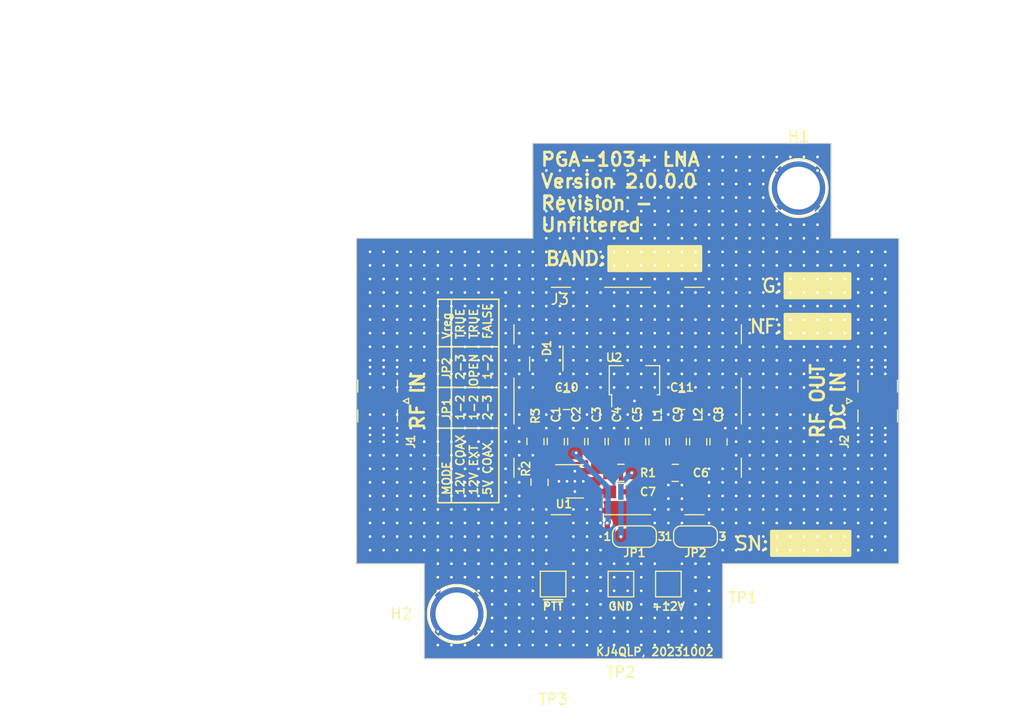
<source format=kicad_pcb>
(kicad_pcb (version 20221018) (generator pcbnew)
  (title_block (title "PGA-103+ Preamplifier, Version 2.0.0.0") (date "2023-10-02") (rev "-") (company "VTGS, GSN-SDA") (comment 1 "Preamplifier for VHF/UHF Satellite Rx") (comment 2 "creativecommons.org/licenses/by/4.0/") (comment 3 "License: CC BY 4.0") (comment 4 "Author: Zach Leffke, KJ4QLP"))
  (layers (0 "F.Cu" signal) (31 "B.Cu" signal) (34 "B.Paste" user) (35 "F.Paste" user) (36 "B.SilkS" user "B.Silkscreen") (37 "F.SilkS" user "F.Silkscreen") (38 "B.Mask" user) (39 "F.Mask" user) (44 "Edge.Cuts" user))
  (net 0 "")
  (net 1 "+12V")
  (net 2 "GND")
  (net 3 "Net-(U1-BP)")
  (net 4 "Net-(JP1-C)")
  (net 5 "Net-(J1-In)")
  (net 6 "+5V")
  (net 7 "Net-(JP1-B)")
  (net 8 "Net-(J2-In)")
  (net 9 "Net-(C10-Pad2)")
  (net 10 "Net-(JP2-C)")
  (net 11 "Net-(U1-EN)")
  (net 12 "Net-(U1-OUT)")
  (net 13 "Net-(C11-Pad1)")
  (footprint "digikey-footprints:0805" (layer "F.Cu") (at 125.095 114.681 180)
    (fp_text reference "C6")
    (fp_text value "0.1uF")
  )
  (footprint "digikey-footprints:0805" (layer "F.Cu") (at 112.395 115.57 -90)
    (fp_text reference "R2")
    (fp_text value "100k")
  )
  (footprint "TestPoint:TestPoint_Plated_Hole_D4.0mm" (layer "F.Cu") (at 104.648 127.889)
    (fp_text reference "H2")
    (fp_text value "Hole")
  )
  (footprint "digikey-footprints:0805" (layer "F.Cu") (at 129.159 111.76 90)
    (fp_text reference "C8")
    (fp_text value "1000pF")
  )
  (footprint "digikey-footprints:0805" (layer "F.Cu") (at 113.919 111.76 -90)
    (fp_text reference "C1")
    (fp_text value "1.0uF")
  )
  (footprint "Jumper:SolderJumper-3_P1.3mm_Open_RoundedPad1.0x1.5mm_NumberLabels" (layer "F.Cu") (at 127 120.65)
    (fp_text reference "JP2")
    (fp_text value "bias-tee")
  )
  (footprint "digikey-footprints:0805" (layer "F.Cu") (at 117.729 111.76 -90)
    (fp_text reference "C3")
    (fp_text value "0.1uF")
  )
  (footprint "digikey-footprints:0805" (layer "F.Cu") (at 114.935 107.95)
    (fp_text reference "C10")
    (fp_text value "1000pF")
  )
  (footprint "digikey-footprints:0805" (layer "F.Cu") (at 121.539 111.76 -90)
    (fp_text reference "C5")
    (fp_text value "1.0uF")
  )
  (footprint "TestPoint:TestPoint_Pad_2.0x2.0mm" (layer "F.Cu") (at 124.46 125.095)
    (fp_text reference "TP1")
    (fp_text value "+12V")
  )
  (footprint "Jumper:SolderJumper-3_P1.3mm_Open_RoundedPad1.0x1.5mm_NumberLabels" (layer "F.Cu") (at 121.285 120.65)
    (fp_text reference "JP1")
    (fp_text value "bias-tee")
  )
  (footprint "Connector_Coaxial:SMA_Samtec_SMA-J-P-X-ST-EM1_EdgeMount" (layer "F.Cu") (at 143.9275 107.95 90)
    (fp_text reference "J2")
    (fp_text value "RF_OUT")
  )
  (footprint "Connector_Coaxial:SMA_Samtec_SMA-J-P-X-ST-EM1_EdgeMount" (layer "F.Cu") (at 97.3725 107.95 -90)
    (fp_text reference "J1")
    (fp_text value "RF_IN")
  )
  (footprint "digikey-footprints:0805" (layer "F.Cu") (at 115.824 111.76 -90)
    (fp_text reference "C2")
    (fp_text value "0.1uF")
  )
  (footprint "digikey-footprints:0805" (layer "F.Cu") (at 125.73 107.95)
    (fp_text reference "C11")
    (fp_text value "1000pF")
  )
  (footprint "digikey-footprints:0805" (layer "F.Cu") (at 120.015 116.459 180)
    (fp_text reference "C7")
    (fp_text value "0.1uF")
  )
  (footprint "digikey-footprints:0805" (layer "F.Cu") (at 123.444 111.76 90)
    (fp_text reference "L1")
    (fp_text value "220nH")
  )
  (footprint "TestPoint:TestPoint_Plated_Hole_D4.0mm" (layer "F.Cu") (at 136.652 88.011)
    (fp_text reference "H1")
    (fp_text value "Hole")
  )
  (footprint "digikey-footprints:0805" (layer "F.Cu") (at 119.634 111.76 -90)
    (fp_text reference "C4")
    (fp_text value "10uF")
  )
  (footprint "digikey-footprints:0805" (layer "F.Cu") (at 127.254 111.76 90)
    (fp_text reference "L2")
    (fp_text value "220nH")
  )
  (footprint "digikey-footprints:0805" (layer "F.Cu") (at 120.015 114.681)
    (fp_text reference "R1")
    (fp_text value "10")
  )
  (footprint "Package_TO_SOT_SMD:SOT-23-5" (layer "F.Cu") (at 115.7025 115.475)
    (fp_text reference "U1")
    (fp_text value "SPX3819M5-L-5-0")
  )
  (footprint "Package_TO_SOT_SMD:SOT-23" (layer "F.Cu") (at 113.03 104.4725 -90)
    (fp_text reference "D1")
    (fp_text value "BAV99")
  )
  (footprint "digikey-footprints:0805" (layer "F.Cu") (at 112.014 111.76 -90)
    (fp_text reference "R3")
    (fp_text value "DNP")
  )
  (footprint "TestPoint:TestPoint_Pad_2.0x2.0mm" (layer "F.Cu") (at 113.665 125.095)
    (fp_text reference "TP3")
    (fp_text value "PTT")
  )
  (footprint "TestPoint:TestPoint_Pad_2.0x2.0mm" (layer "F.Cu") (at 120.015 125.095)
    (fp_text reference "TP2")
    (fp_text value "GND")
  )
  (footprint "Package_TO_SOT_SMD:SOT-89-3" (layer "F.Cu") (at 121.285 106 90)
    (fp_text reference "U2")
    (fp_text value "PGA-103")
  )
  (footprint "RF_Shielding:Wuerth_36103205_20x20mm" (layer "F.Cu") (at 120.65 107.95)
    (fp_text reference "J3")
    (fp_text value "RFShield_TwoPieces")
  )
  (footprint "digikey-footprints:0805" (layer "F.Cu") (at 125.349 111.76 -90)
    (fp_text reference "C9")
    (fp_text value "1000pF")
  )
  (gr_line (start 102.87 98.425) (end 108.585 98.425) (stroke (width 0.15)) (layer "F.SilkS"))
  (gr_line (start 108.585 98.425) (end 108.585 117.475) (stroke (width 0.15)) (layer "F.SilkS"))
  (gr_line (start 104.14 98.425) (end 104.14 117.475) (stroke (width 0.15)) (layer "F.SilkS"))
  (gr_line (start 102.87 117.475) (end 108.585 117.475) (stroke (width 0.15)) (layer "F.SilkS"))
  (gr_line (start 102.87 106.68) (end 108.585 106.68) (stroke (width 0.15)) (layer "F.SilkS"))
  (gr_line (start 102.87 110.49) (end 108.585 110.49) (stroke (width 0.15)) (layer "F.SilkS"))
  (gr_line (start 102.87 102.87) (end 108.585 102.87) (stroke (width 0.15)) (layer "F.SilkS"))
  (gr_line (start 102.87 98.425) (end 102.87 117.475) (stroke (width 0.15)) (layer "F.SilkS"))
  (gr_line (start 139.7 92.71) (end 139.7 83.82) (stroke (width 0.1)) (layer "Edge.Cuts"))
  (gr_line (start 101.6 132.08) (end 129.54 132.08) (stroke (width 0.1)) (layer "Edge.Cuts"))
  (gr_line (start 101.6 123.19) (end 101.6 132.08) (stroke (width 0.1)) (layer "Edge.Cuts"))
  (gr_line (start 146.05 92.71) (end 146.05 123.19) (stroke (width 0.1)) (layer "Edge.Cuts"))
  (gr_line (start 129.54 123.19) (end 146.05 123.19) (stroke (width 0.1)) (layer "Edge.Cuts"))
  (gr_line (start 95.25 92.71) (end 95.25 123.19) (stroke (width 0.1)) (layer "Edge.Cuts"))
  (gr_line (start 111.76 83.82) (end 111.76 92.71) (stroke (width 0.1)) (layer "Edge.Cuts"))
  (gr_line (start 111.76 92.71) (end 95.25 92.71) (stroke (width 0.1)) (layer "Edge.Cuts"))
  (gr_line (start 146.05 92.71) (end 139.7 92.71) (stroke (width 0.1)) (layer "Edge.Cuts"))
  (gr_line (start 95.25 123.19) (end 101.6 123.19) (stroke (width 0.1)) (layer "Edge.Cuts"))
  (gr_line (start 129.54 132.08) (end 129.54 123.19) (stroke (width 0.1)) (layer "Edge.Cuts"))
  (gr_line (start 139.7 83.82) (end 111.76 83.82) (stroke (width 0.1)) (layer "Edge.Cuts"))
  (gr_text "TRUE" (at 105.41 102.235 90) (layer "F.SilkS") (effects (font (size 0.762 0.762) (thickness 0.1524) bold) (justify left bottom)))
  (gr_text "RF IN" (at 100.965 107.95 90) (layer "F.SilkS") (effects (font (size 1.27 1.27) (thickness 0.254) bold)))
  (gr_text "+12V" (at 124.46 127.635) (layer "F.SilkS") (effects (font (size 0.762 0.762) (thickness 0.1524) bold) (justify bottom)))
  (gr_text "1-2" (at 107.95 106.045 90) (layer "F.SilkS") (effects (font (size 0.762 0.762) (thickness 0.1524) bold) (justify left bottom)))
  (gr_text "GND" (at 120.015 127.635) (layer "F.SilkS") (effects (font (size 0.762 0.762) (thickness 0.1524) bold) (justify bottom)))
  (gr_text "5V COAX" (at 107.95 116.84 90) (layer "F.SilkS") (effects (font (size 0.762 0.762) (thickness 0.1524) bold) (justify left bottom)))
  (gr_text "1-2" (at 105.41 109.855 90) (layer "F.SilkS") (effects (font (size 0.762 0.762) (thickness 0.1524) bold) (justify left bottom)))
  (gr_text "2-3" (at 107.95 109.855 90) (layer "F.SilkS") (effects (font (size 0.762 0.762) (thickness 0.1524) bold) (justify left bottom)))
  (gr_text "KJ4QLP, 20231002" (at 123.19 131.445) (layer "F.SilkS") (effects (font (size 0.762 0.762) (thickness 0.1524) bold)))
  (gr_text "G:" (at 135.255 97.155) (layer "F.SilkS") (effects (font (size 1.27 1.27) (thickness 0.2032)) (justify right)))
  (gr_text "JP2" (at 104.14 106.045 90) (layer "F.SilkS") (effects (font (size 0.762 0.762) (thickness 0.1524) bold) (justify left bottom)))
  (gr_text "~{PTT}" (at 113.665 127.635) (layer "F.SilkS") (effects (font (size 0.762 0.762) (thickness 0.1524) bold) (justify bottom)))
  (gr_text "RF OUT" (at 138.43 107.95 90) (layer "F.SilkS") (effects (font (size 1.27 1.27) (thickness 0.254) bold)))
  (gr_text "BAND:" (at 118.745 94.615) (layer "F.SilkS") (effects (font (size 1.27 1.27) (thickness 0.254) bold) (justify right)))
  (gr_text "SN:" (at 133.985 121.285) (layer "F.SilkS") (effects (font (size 1.27 1.27) (thickness 0.2032)) (justify right)))
  (gr_text "FALSE" (at 107.95 102.235 90) (layer "F.SilkS") (effects (font (size 0.762 0.762) (thickness 0.1524) bold) (justify left bottom)))
  (gr_text "MODE" (at 104.14 116.84 90) (layer "F.SilkS") (effects (font (size 0.762 0.762) (thickness 0.1524) bold) (justify left bottom)))
  (gr_text "12V COAX" (at 105.41 116.84 90) (layer "F.SilkS") (effects (font (size 0.762 0.762) (thickness 0.1524) bold) (justify left bottom)))
  (gr_text "Vreg" (at 104.14 102.235 90) (layer "F.SilkS") (effects (font (size 0.762 0.762) (thickness 0.1524) bold) (justify left bottom)))
  (gr_text "NF:" (at 135.255 100.965) (layer "F.SilkS") (effects (font (size 1.27 1.27) (thickness 0.2032)) (justify right)))
  (gr_text "JP1" (at 104.14 109.855 90) (layer "F.SilkS") (effects (font (size 0.762 0.762) (thickness 0.1524) bold) (justify left bottom)))
  (gr_text "2-3" (at 105.41 106.045 90) (layer "F.SilkS") (effects (font (size 0.762 0.762) (thickness 0.1524) bold) (justify left bottom)))
  (gr_text "12V EXT" (at 106.68 116.84 90) (layer "F.SilkS") (effects (font (size 0.762 0.762) (thickness 0.1524) bold) (justify left bottom)))
  (gr_text "PGA-103+ LNA\nVersion 2.0.0.0\nRevision -\nUnfiltered" (at 112.395 88.392) (layer "F.SilkS") (effects (font (size 1.27 1.27) (thickness 0.254) bold) (justify left)))
  (gr_text "OPEN" (at 106.68 106.68 90) (layer "F.SilkS") (effects (font (size 0.762 0.762) (thickness 0.1524) bold) (justify left bottom)))
  (gr_text "DC IN" (at 140.335 107.95 90) (layer "F.SilkS") (effects (font (size 1.27 1.27) (thickness 0.254) bold)))
  (gr_text "1-2" (at 106.68 109.855 90) (layer "F.SilkS") (effects (font (size 0.762 0.762) (thickness 0.1524) bold) (justify left bottom)))
  (gr_text "TRUE" (at 106.68 102.235 90) (layer "F.SilkS") (effects (font (size 0.762 0.762) (thickness 0.1524) bold) (justify left bottom)))
  (segment (start 128.27 121.92) (end 128.27 120.68) (width 0.508) (layer "F.Cu") (net 1))
  (segment (start 113.665 112.81) (end 113.665 114.525) (width 0.508) (layer "F.Cu") (net 1))
  (segment (start 119.38 121.92) (end 118.745 121.285) (width 0.508) (layer "F.Cu") (net 1))
  (segment (start 124.46 121.92) (end 119.38 121.92) (width 0.508) (layer "F.Cu") (net 1))
  (segment (start 128.27 121.92) (end 124.46 121.92) (width 0.508) (layer "F.Cu") (net 1))
  (segment (start 124.46 125.095) (end 124.46 121.92) (width 0.508) (layer "F.Cu") (net 1))
  (segment (start 128.27 120.68) (end 128.3 120.65) (width 0.508) (layer "F.Cu") (net 1))
  (segment (start 112.4 114.525) (end 112.395 114.52) (width 0.508) (layer "F.Cu") (net 1))
  (segment (start 114.565 114.525) (end 113.665 114.525) (width 0.508) (layer "F.Cu") (net 1))
  (segment (start 115.824 112.81) (end 113.919 112.81) (width 1.016) (layer "F.Cu") (net 1))
  (segment (start 118.745 121.285) (end 118.745 119.38) (width 0.508) (layer "F.Cu") (net 1))
  (segment (start 113.665 114.525) (end 112.4 114.525) (width 0.508) (layer "F.Cu") (net 1))
  (via (at 118.745 119.38) (size 0.508) (drill 0.254) (layers "F.Cu" "B.Cu") (net 1))
  (via (at 115.824 112.81) (size 0.508) (drill 0.254) (layers "F.Cu" "B.Cu") (net 1))
  (segment (start 118.745 119.38) (end 118.818 119.307) (width 0.508) (layer "B.Cu") (net 1))
  (segment (start 118.818 119.307) (end 118.818 116.058) (width 0.508) (layer "B.Cu") (net 1))
  (segment (start 118.818 116.058) (end 115.57 112.81) (width 0.508) (layer "B.Cu") (net 1))
  (via (at 129.54 97.79) (size 0.508) (drill 0.254) (layers "F.Cu" "B.Cu") (net 2))
  (via (at 107.95 105.41) (size 0.508) (drill 0.254) (layers "F.Cu" "B.Cu") (net 2))
  (via (at 115.57 123.19) (size 0.508) (drill 0.254) (layers "F.Cu" "B.Cu") (net 2))
  (via (at 110.49 97.79) (size 0.508) (drill 0.254) (layers "F.Cu" "B.Cu") (net 2))
  (via (at 134.62 114.3) (size 0.508) (drill 0.254) (layers "F.Cu" "B.Cu") (net 2))
  (via (at 132.08 85.09) (size 0.508) (drill 0.254) (layers "F.Cu" "B.Cu") (net 2))
  (via (at 96.52 114.3) (size 0.508) (drill 0.254) (layers "F.Cu" "B.Cu") (net 2))
  (via (at 110.49 96.52) (size 0.508) (drill 0.254) (layers "F.Cu" "B.Cu") (net 2))
  (via (at 127 88.9) (size 0.508) (drill 0.254) (layers "F.Cu" "B.Cu") (net 2))
  (via (at 130.81 96.52) (size 0.508) (drill 0.254) (layers "F.Cu" "B.Cu") (net 2))
  (via (at 129.54 85.09) (size 0.508) (drill 0.254) (layers "F.Cu" "B.Cu") (net 2))
  (via (at 119.38 99.06) (size 0.508) (drill 0.254) (layers "F.Cu" "B.Cu") (net 2))
  (via (at 101.6 102.87) (size 0.508) (drill 0.254) (layers "F.Cu" "B.Cu") (net 2))
  (via (at 104.14 115.57) (size 0.508) (drill 0.254) (layers "F.Cu" "B.Cu") (net 2))
  (via (at 135.89 110.49) (size 0.508) (drill 0.254) (layers "F.Cu" "B.Cu") (net 2))
  (via (at 107.95 128.27) (size 0.508) (drill 0.254) (layers "F.Cu" "B.Cu") (net 2))
  (via (at 105.41 99.06) (size 0.508) (drill 0.254) (layers "F.Cu" "B.Cu") (net 2))
  (via (at 102.87 121.92) (size 0.508) (drill 0.254) (layers "F.Cu" "B.Cu") (net 2))
  (via (at 113.03 86.36) (size 0.508) (drill 0.254) (layers "F.Cu" "B.Cu") (net 2))
  (via (at 115.57 104.14) (size 0.508) (drill 0.254) (layers "F.Cu" "B.Cu") (net 2))
  (via (at 109.22 127) (size 0.508) (drill 0.254) (layers "F.Cu" "B.Cu") (net 2))
  (via (at 113.03 104.14) (size 0.508) (drill 0.254) (layers "F.Cu" "B.Cu") (net 2))
  (via (at 121.92 109.22) (size 0.508) (drill 0.254) (layers "F.Cu" "B.Cu") (net 2))
  (via (at 110.49 120.65) (size 0.508) (drill 0.254) (layers "F.Cu" "B.Cu") (net 2))
  (via (at 121.92 125.73) (size 0.508) (drill 0.254) (layers "F.Cu" "B.Cu") (net 2))
  (via (at 119.38 127) (size 0.508) (drill 0.254) (layers "F.Cu" "B.Cu") (net 2))
  (via (at 137.16 101.6) (size 0.508) (drill 0.254) (layers "F.Cu" "B.Cu") (net 2))
  (via (at 100.33 115.57) (size 0.508) (drill 0.254) (layers "F.Cu" "B.Cu") (net 2))
  (via (at 115.57 86.36) (size 0.508) (drill 0.254) (layers "F.Cu" "B.Cu") (net 2))
  (via (at 99.06 99.06) (size 0.508) (drill 0.254) (layers "F.Cu" "B.Cu") (net 2))
  (via (at 140.97 95.25) (size 0.508) (drill 0.254) (layers "F.Cu" "B.Cu") (net 2))
  (via (at 135.89 99.06) (size 0.508) (drill 0.254) (layers "F.Cu" "B.Cu") (net 2))
  (via (at 127 125.73) (size 0.508) (drill 0.254) (layers "F.Cu" "B.Cu") (net 2))
  (via (at 106.68 100.33) (size 0.508) (drill 0.254) (layers "F.Cu" "B.Cu") (net 2))
  (via (at 139.7 110.49) (size 0.508) (drill 0.254) (layers "F.Cu" "B.Cu") (net 2))
  (via (at 132.08 100.33) (size 0.508) (drill 0.254) (layers "F.Cu" "B.Cu") (net 2))
  (via (at 111.76 101.6) (size 0.508) (drill 0.254) (layers "F.Cu" "B.Cu") (net 2))
  (via (at 110.49 125.73) (size 0.508) (drill 0.254) (layers "F.Cu" "B.Cu") (net 2))
  (via (at 132.08 116.84) (size 0.508) (drill 0.254) (layers "F.Cu" "B.Cu") (net 2))
  (via (at 118.11 95.25) (size 0.508) (drill 0.254) (layers "F.Cu" "B.Cu") (net 2))
  (via (at 105.41 115.57) (size 0.508) (drill 0.254) (layers "F.Cu" "B.Cu") (net 2))
  (via (at 96.52 99.06) (size 0.508) (drill 0.254) (layers "F.Cu" "B.Cu") (net 2))
  (via (at 97.79 119.38) (size 0.508) (drill 0.254) (layers "F.Cu" "B.Cu") (net 2))
  (via (at 137.16 97.79) (size 0.508) (drill 0.254) (layers "F.Cu" "B.Cu") (net 2))
  (via (at 133.35 86.36) (size 0.508) (drill 0.254) (layers "F.Cu" "B.Cu") (net 2))
  (via (at 138.43 99.06) (size 0.508) (drill 0.254) (layers "F.Cu" "B.Cu") (net 2))
  (via (at 116.84 109.22) (size 0.508) (drill 0.254) (layers "F.Cu" "B.Cu") (net 2))
  (via (at 97.79 118.11) (size 0.508) (drill 0.254) (layers "F.Cu" "B.Cu") (net 2))
  (via (at 96.52 102.87) (size 0.508) (drill 0.254) (layers "F.Cu" "B.Cu") (net 2))
  (via (at 138.43 115.57) (size 0.508) (drill 0.254) (layers "F.Cu" "B.Cu") (net 2))
  (via (at 113.03 127) (size 0.508) (drill 0.254) (layers "F.Cu" "B.Cu") (net 2))
  (via (at 97.79 100.33) (size 0.508) (drill 0.254) (layers "F.Cu" "B.Cu") (net 2))
  (via (at 128.27 99.06) (size 0.508) (drill 0.254) (layers "F.Cu" "B.Cu") (net 2))
  (via (at 135.89 121.92) (size 0.508) (drill 0.254) (layers "F.Cu" "B.Cu") (net 2))
  (via (at 121.92 88.9) (size 0.508) (drill 0.254) (layers "F.Cu" "B.Cu") (net 2))
  (via (at 134.62 110.49) (size 0.508) (drill 0.254) (layers "F.Cu" "B.Cu") (net 2))
  (via (at 129.54 109.22) (size 0.508) (drill 0.254) (layers "F.Cu" "B.Cu") (net 2))
  (via (at 140.97 93.98) (size 0.508) (drill 0.254) (layers "F.Cu" "B.Cu") (net 2))
  (via (at 123.19 91.44) (size 0.508) (drill 0.254) (layers "F.Cu" "B.Cu") (net 2))
  (via (at 133.35 120.65) (size 0.508) (drill 0.254) (layers "F.Cu" "B.Cu") (net 2))
  (via (at 118.11 101.6) (size 0.508) (drill 0.254) (layers "F.Cu" "B.Cu") (net 2))
  (via (at 109.22 116.84) (size 0.508) (drill 0.254) (layers "F.Cu" "B.Cu") (net 2))
  (via (at 104.14 110.49) (size 0.508) (drill 0.254) (layers "F.Cu" "B.Cu") (net 2))
  (via (at 140.97 119.38) (size 0.508) (drill 0.254) (layers "F.Cu" "B.Cu") (net 2))
  (via (at 106.68 125.73) (size 0.508) (drill 0.254) (layers "F.Cu" "B.Cu") (net 2))
  (via (at 135.89 100.33) (size 0.508) (drill 0.254) (layers "F.Cu" "B.Cu") (net 2))
  (via (at 109.22 96.52) (size 0.508) (drill 0.254) (layers "F.Cu" "B.Cu") (net 2))
  (via (at 124.46 106.68) (size 0.508) (drill 0.254) (layers "F.Cu" "B.Cu") (net 2))
  (via (at 104.14 97.79) (size 0.508) (drill 0.254) (layers "F.Cu" "B.Cu") (net 2))
  (via (at 106.68 120.65) (size 0.508) (drill 0.254) (layers "F.Cu" "B.Cu") (net 2))
  (via (at 96.52 115.57) (size 0.508) (drill 0.254) (layers "F.Cu" "B.Cu") (net 2))
  (via (at 139.7 114.3) (size 0.508) (drill 0.254) (layers "F.Cu" "B.Cu") (net 2))
  (via (at 124.46 101.6) (size 0.508) (drill 0.254) (layers "F.Cu" "B.Cu") (net 2))
  (via (at 129.54 93.98) (size 0.508) (drill 0.254) (layers "F.Cu" "B.Cu") (net 2))
  (via (at 118.11 100.33) (size 0.508) (drill 0.254) (layers "F.Cu" "B.Cu") (net 2))
  (via (at 137.16 110.49) (size 0.508) (drill 0.254) (layers "F.Cu" "B.Cu") (net 2))
  (via (at 142.24 99.06) (size 0.508) (drill 0.254) (layers "F.Cu" "B.Cu") (net 2))
  (via (at 118.11 88.9) (size 0.508) (drill 0.254) (layers "F.Cu" "B.Cu") (net 2))
  (via (at 143.51 99.06) (size 0.508) (drill 0.254) (layers "F.Cu" "B.Cu") (net 2))
  (via (at 140.97 113.03) (size 0.508) (drill 0.254) (layers "F.Cu" "B.Cu") (net 2))
  (via (at 104.14 113.03) (size 0.508) (drill 0.254) (layers "F.Cu" "B.Cu") (net 2))
  (via (at 143.51 100.33) (size 0.508) (drill 0.254) (layers "F.Cu" "B.Cu") (net 2))
  (via (at 113.03 88.9) (size 0.508) (drill 0.254) (layers "F.Cu" "B.Cu") (net 2))
  (via (at 113.03 101.6) (size 0.508) (drill 0.254) (layers "F.Cu" "B.Cu") (net 2))
  (via (at 138.43 85.09) (size 0.508) (drill 0.254) (layers "F.Cu" "B.Cu") (net 2))
  (via (at 101.6 110.49) (size 0.508) (drill 0.254) (layers "F.Cu" "B.Cu") (net 2))
  (via (at 127 101.6) (size 0.508) (drill 0.254) (layers "F.Cu" "B.Cu") (net 2))
  (via (at 106.68 93.98) (size 0.508) (drill 0.254) (layers "F.Cu" "B.Cu") (net 2))
  (via (at 110.49 102.87) (size 0.508) (drill 0.254) (layers "F.Cu" "B.Cu") (net 2))
  (via (at 119.38 109.22) (size 0.508) (drill 0.254) (layers "F.Cu" "B.Cu") (net 2))
  (via (at 114.3 106.68) (size 0.508) (drill 0.254) (layers "F.Cu" "B.Cu") (net 2))
  (via (at 143.51 105.41) (size 0.508) (drill 0.254) (layers "F.Cu" "B.Cu") (net 2))
  (via (at 118.11 92.71) (size 0.508) (drill 0.254) (layers "F.Cu" "B.Cu") (net 2))
  (via (at 127 102.87) (size 0.508) (drill 0.254) (layers "F.Cu" "B.Cu") (net 2))
  (via (at 144.78 114.3) (size 0.508) (drill 0.254) (layers "F.Cu" "B.Cu") (net 2))
  (via (at 114.3 96.52) (size 0.508) (drill 0.254) (layers "F.Cu" "B.Cu") (net 2))
  (via (at 139.7 118.11) (size 0.508) (drill 0.254) (layers "F.Cu" "B.Cu") (net 2))
  (via (at 139.7 116.84) (size 0.508) (drill 0.254) (layers "F.Cu" "B.Cu") (net 2))
  (via (at 116.84 93.98) (size 0.508) (drill 0.254) (layers "F.Cu" "B.Cu") (net 2))
  (via (at 138.43 91.44) (size 0.508) (drill 0.254) (layers "F.Cu" "B.Cu") (net 2))
  (via (at 133.35 93.98) (size 0.508) (drill 0.254) (layers "F.Cu" "B.Cu") (net 2))
  (via (at 128.27 85.09) (size 0.508) (drill 0.254) (layers "F.Cu" "B.Cu") (net 2))
  (via (at 133.35 104.14) (size 0.508) (drill 0.254) (layers "F.Cu" "B.Cu") (net 2))
  (via (at 132.08 104.14) (size 0.508) (drill 0.254) (layers "F.Cu" "B.Cu") (net 2))
  (via (at 119.38 125.73) (size 0.508) (drill 0.254) (layers "F.Cu" "B.Cu") (net 2))
  (via (at 130.81 114.3) (size 0.508) (drill 0.254) (layers "F.Cu" "B.Cu") (net 2))
  (via (at 140.97 109.22) (size 0.508) (drill 0.254) (layers "F.Cu" "B.Cu") (net 2))
  (via (at 106.68 102.87) (size 0.508) (drill 0.254) (layers "F.Cu" "B.Cu") (net 2))
  (via (at 97.79 111.76) (size 0.508) (drill 0.254) (layers "F.Cu" "B.Cu") (net 2))
  (via (at 101.6 111.76) (size 0.508) (drill 0.254) (layers "F.Cu" "B.Cu") (net 2))
  (via (at 115.57 99.06) (size 0.508) (drill 0.254) (layers "F.Cu" "B.Cu") (net 2))
  (via (at 114.207 115.475) (size 0.508) (drill 0.254) (layers "F.Cu" "B.Cu") (net 2))
  (via (at 109.22 100.33) (size 0.508) (drill 0.254) (layers "F.Cu" "B.Cu") (net 2))
  (via (at 128.27 105.41) (size 0.508) (drill 0.254) (layers "F.Cu" "B.Cu") (net 2))
  (via (at 111.76 96.52) (size 0.508) (drill 0.254) (layers "F.Cu" "B.Cu") (net 2))
  (via (at 119.38 97.79) (size 0.508) (drill 0.254) (layers "F.Cu" "B.Cu") (net 2))
  (via (at 124.46 129.54) (size 0.508) (drill 0.254) (layers "F.Cu" "B.Cu") (net 2))
  (via (at 121.92 85.09) (size 0.508) (drill 0.254) (layers "F.Cu" "B.Cu") (net 2))
  (via (at 139.7 102.87) (size 0.508) (drill 0.254) (layers "F.Cu" "B.Cu") (net 2))
  (via (at 102.87 116.84) (size 0.508) (drill 0.254) (layers "F.Cu" "B.Cu") (net 2))
  (via (at 128.27 114.3) (size 0.508) (drill 0.254) (layers "F.Cu" "B.Cu") (net 2))
  (via (at 143.51 110.49) (size 0.508) (drill 0.254) (layers "F.Cu" "B.Cu") (net 2))
  (via (at 130.81 97.79) (size 0.508) (drill 0.254) (layers "F.Cu" "B.Cu") (net 2))
  (via (at 118.11 120.65) (size 0.508) (drill 0.254) (layers "F.Cu" "B.Cu") (net 2))
  (via (at 129.54 95.25) (size 0.508) (drill 0.254) (layers "F.Cu" "B.Cu") (net 2))
  (via (at 120.65 101.6) (size 0.508) (drill 0.254) (layers "F.Cu" "B.Cu") (net 2))
  (via (at 113.03 128.27) (size 0.508) (drill 0.254) (layers "F.Cu" "B.Cu") (net 2))
  (via (at 125.73 86.36) (size 0.508) (drill 0.254) (layers "F.Cu" "B.Cu") (net 2))
  (via (at 104.14 121.92) (size 0.508) (drill 0.254) (layers "F.Cu" "B.Cu") (net 2))
  (via (at 106.68 129.54) (size 0.508) (drill 0.254) (layers "F.Cu" "B.Cu") (net 2))
  (via (at 137.16 96.52) (size 0.508) (drill 0.254) (layers "F.Cu" "B.Cu") (net 2))
  (via (at 104.14 101.6) (size 0.508) (drill 0.254) (layers "F.Cu" "B.Cu") (net 2))
  (via (at 114.3 104.14) (size 0.508) (drill 0.254) (layers "F.Cu" "B.Cu") (net 2))
  (via (at 118.11 90.17) (size 0.508) (drill 0.254) (layers "F.Cu" "B.Cu") (net 2))
  (via (at 135.89 92.71) (size 0.508) (drill 0.254) (layers "F.Cu" "B.Cu") (net 2))
  (via (at 121.92 93.98) (size 0.508) (drill 0.254) (layers "F.Cu" "B.Cu") (net 2))
  (via (at 128.27 104.14) (size 0.508) (drill 0.254) (layers "F.Cu" "B.Cu") (net 2))
  (via (at 123.19 85.09) (size 0.508) (drill 0.254) (layers "F.Cu" "B.Cu") (net 2))
  (via (at 128.27 116.84) (size 0.508) (drill 0.254) (layers "F.Cu" "B.Cu") (net 2))
  (via (at 105.41 120.65) (size 0.508) (drill 0.254) (layers "F.Cu" "B.Cu") (net 2))
  (via (at 142.24 120.65) (size 0.508) (drill 0.254) (layers "F.Cu" "B.Cu") (net 2))
  (via (at 119.38 85.09) (size 0.508) (drill 0.254) (layers "F.Cu" "B.Cu") (net 2))
  (via (at 114.3 128.27) (size 0.508) (drill 0.254) (layers "F.Cu" "B.Cu") (net 2))
  (via (at 116.84 88.9) (size 0.508) (drill 0.254) (layers "F.Cu" "B.Cu") (net 2))
  (via (at 109.22 129.54) (size 0.508) (drill 0.254) (layers "F.Cu" "B.Cu") (net 2))
  (via (at 130.81 93.98) (size 0.508) (drill 0.254) (layers "F.Cu" "B.Cu") (net 2))
  (via (at 111.76 127) (size 0.508) (drill 0.254) (layers "F.Cu" "B.Cu") (net 2))
  (via (at 124.46 130.81) (size 0.508) (drill 0.254) (layers "F.Cu" "B.Cu") (net 2))
  (via (at 104.14 106.68) (size 0.508) (drill 0.254) (layers "F.Cu" "B.Cu") (net 2))
  (via (at 110.49 123.19) (size 0.508) (drill 0.254) (layers "F.Cu" "B.Cu") (net 2))
  (via (at 104.14 124.46) (size 0.508) (drill 0.254) (layers "F.Cu" "B.Cu") (net 2))
  (via (at 127 128.27) (size 0.508) (drill 0.254) (layers "F.Cu" "B.Cu") (net 2))
  (via (at 138.43 101.6) (size 0.508) (drill 0.254) (layers "F.Cu" "B.Cu") (net 2))
  (via (at 116.84 92.71) (size 0.508) (drill 0.254) (layers "F.Cu" "B.Cu") (net 2))
  (via (at 133.35 90.17) (size 0.508) (drill 0.254) (layers "F.Cu" "B.Cu") (net 2))
  (via (at 105.41 119.38) (size 0.508) (drill 0.254) (layers "F.Cu" "B.Cu") (net 2))
  (via (at 111.76 124.46) (size 0.508) (drill 0.254) (layers "F.Cu" "B.Cu") (net 2))
  (via (at 130.81 119.38) (size 0.508) (drill 0.254) (layers "F.Cu" "B.Cu") (net 2))
  (via (at 116.84 87.63) (size 0.508) (drill 0.254) (layers "F.Cu" "B.Cu") (net 2))
  (via (at 139.7 99.06) (size 0.508) (drill 0.254) (layers "F.Cu" "B.Cu") (net 2))
  (via (at 140.97 101.6) (size 0.508) (drill 0.254) (layers "F.Cu" "B.Cu") (net 2))
  (via (at 132.08 91.44) (size 0.508) (drill 0.254) (layers "F.Cu" "B.Cu") (net 2))
  (via (at 133.35 88.9) (size 0.508) (drill 0.254) (layers "F.Cu" "B.Cu") (net 2))
  (via (at 121.92 130.81) (size 0.508) (drill 0.254) (layers "F.Cu" "B.Cu") (net 2))
  (via (at 137.16 102.87) (size 0.508) (drill 0.254) (layers "F.Cu" "B.Cu") (net 2))
  (via (at 123.19 90.17) (size 0.508) (drill 0.254) (layers "F.Cu" "B.Cu") (net 2))
  (via (at 129.54 91.44) (size 0.508) (drill 0.254) (layers "F.Cu" "B.Cu") (net 2))
  (via (at 97.79 113.03) (size 0.508) (drill 0.254) (layers "F.Cu" "B.Cu") (net 2))
  (via (at 135.89 104.14) (size 0.508) (drill 0.254) (layers "F.Cu" "B.Cu") (net 2))
  (via (at 125.73 100.33) (size 0.508) (drill 0.254) (layers "F.Cu" "B.Cu") (net 2))
  (via (at 123.19 88.9) (size 0.508) (drill 0.254) (layers "F.Cu" "B.Cu") (net 2))
  (via (at 116.84 99.06) (size 0.508) (drill 0.254) (layers "F.Cu" "B.Cu") (net 2))
  (via (at 110.49 130.81) (size 0.508) (drill 0.254) (layers "F.Cu" "B.Cu") (net 2))
  (via (at 115.57 105.41) (size 0.508) (drill 0.254) (layers "F.Cu" "B.Cu") (net 2))
  (via (at 113.03 92.71) (size 0.508) (drill 0.254) (layers "F.Cu" "B.Cu") (net 2))
  (via (at 104.14 95.25) (size 0.508) (drill 0.254) (layers "F.Cu" "B.Cu") (net 2))
  (via (at 134.62 99.06) (size 0.508) (drill 0.254) (layers "F.Cu" "B.Cu") (net 2))
  (via (at 115.57 88.9) (size 0.508) (drill 0.254) (layers "F.Cu" "B.Cu") (net 2))
  (via (at 138.43 86.36) (size 0.508) (drill 0.254) (layers "F.Cu" "B.Cu") (net 2))
  (via (at 104.14 119.38) (size 0.508) (drill 0.254) (layers "F.Cu" "B.Cu") (net 2))
  (via (at 125.73 91.44) (size 0.508) (drill 0.254) (layers "F.Cu" "B.Cu") (net 2))
  (via (at 137.16 100.33) (size 0.508) (drill 0.254) (layers "F.Cu" "B.Cu") (net 2))
  (via (at 105.41 121.92) (size 0.508) (drill 0.254) (layers "F.Cu" "B.Cu") (net 2))
  (via (at 99.06 111.125) (size 0.508) (drill 0.254) (layers "F.Cu" "B.Cu") (net 2))
  (via (at 140.97 102.87) (size 0.508) (drill 0.254) (layers "F.Cu" "B.Cu") (net 2))
  (via (at 144.78 115.57) (size 0.508) (drill 0.254) (layers "F.Cu" "B.Cu") (net 2))
  (via (at 127 124.46) (size 0.508) (drill 0.254) (layers "F.Cu" "B.Cu") (net 2))
  (via (at 102.87 120.65) (size 0.508) (drill 0.254) (layers "F.Cu" "B.Cu") (net 2))
  (via (at 109.22 101.6) (size 0.508) (drill 0.254) (layers "F.Cu" "B.Cu") (net 2))
  (via (at 111.76 113.03) (size 0.508) (drill 0.254) (layers "F.Cu" "B.Cu") (net 2))
  (via (at 105.41 109.22) (size 0.508) (drill 0.254) (layers "F.Cu" "B.Cu") (net 2))
  (via (at 116.84 129.54) (size 0.508) (drill 0.254) (layers "F.Cu" "B.Cu") (net 2))
  (via (at 130.81 85.09) (size 0.508) (drill 0.254) (layers "F.Cu" "B.Cu") (net 2))
  (via (at 133.35 113.03) (size 0.508) (drill 0.254) (layers "F.Cu" "B.Cu") (net 2))
  (via (at 142.24 96.52) (size 0.508) (drill 0.254) (layers "F.Cu" "B.Cu") (net 2))
  (via (at 107.95 129.54) (size 0.508) (drill 0.254) (layers "F.Cu" "B.Cu") (net 2))
  (via (at 101.6 113.03) (size 0.508) (drill 0.254) (layers "F.Cu" "B.Cu") (net 2))
  (via (at 132.08 99.06) (size 0.508) (drill 0.254) (layers "F.Cu" "B.Cu") (net 2))
  (via (at 138.43 120.65) (size 0.508) (drill 0.254) (layers "F.Cu" "B.Cu") (net 2))
  (via (at 104.14 130.81) (size 0.508) (drill 0.254) (layers "F.Cu" "B.Cu") (net 2))
  (via (at 138.43 114.3) (size 0.508) (drill 0.254) (layers "F.Cu" "B.Cu") (net 2))
  (via (at 101.6 99.06) (size 0.508) (drill 0.254) (layers "F.Cu" "B.Cu") (net 2))
  (via (at 120.65 95.25) (size 0.508) (drill 0.254) (layers "F.Cu" "B.Cu") (net 2))
  (via (at 101.6 118.11) (size 0.508) (drill 0.254) (layers "F.Cu" "B.Cu") (net 2))
  (via (at 104.14 121.92) (size 0.508) (drill 0.254) (layers "F.Cu" "B.Cu") (net 2))
  (via (at 144.78 95.25) (size 0.508) (drill 0.254) (layers "F.Cu" "B.Cu") (net 2))
  (via (at 104.14 123.19) (size 0.508) (drill 0.254) (layers "F.Cu" "B.Cu") (net 2))
  (via (at 144.78 104.775) (size 0.508) (drill 0.254) (layers "F.Cu" "B.Cu") (net 2))
  (via (at 143.51 115.57) (size 0.508) (drill 0.254) (layers "F.Cu" "B.Cu") (net 2))
  (via (at 109.22 124.46) (size 0.508) (drill 0.254) (layers "F.Cu" "B.Cu") (net 2))
  (via (at 116.84 96.52) (size 0.508) (drill 0.254) (layers "F.Cu" "B.Cu") (net 2))
  (via (at 118.11 125.73) (size 0.508) (drill 0.254) (layers "F.Cu" "B.Cu") (net 2))
  (via (at 125.73 118.11) (size 0.508) (drill 0.254) (layers "F.Cu" "B.Cu") (net 2))
  (via (at 106.68 123.19) (size 0.508) (drill 0.254) (layers "F.Cu" "B.Cu") (net 2))
  (via (at 97.79 116.84) (size 0.508) (drill 0.254) (layers "F.Cu" "B.Cu") (net 2))
  (via (at 116.84 124.46) (size 0.508) (drill 0.254) (layers "F.Cu" "B.Cu") (net 2))
  (via (at 105.41 118.11) (size 0.508) (drill 0.254) (layers "F.Cu" "B.Cu") (net 2))
  (via (at 104.14 111.76) (size 0.508) (drill 0.254) (layers "F.Cu" "B.Cu") (net 2))
  (via (at 116.84 97.79) (size 0.508) (drill 0.254) (layers "F.Cu" "B.Cu") (net 2))
  (via (at 128.27 125.73) (size 0.508) (drill 0.254) (layers "F.Cu" "B.Cu") (net 2))
  (via (at 111.76 121.92) (size 0.508) (drill 0.254) (layers "F.Cu" "B.Cu") (net 2))
  (via (at 139.7 120.65) (size 0.508) (drill 0.254) (layers "F.Cu" "B.Cu") (net 2))
  (via (at 127 105.41) (size 0.508) (drill 0.254) (layers "F.Cu" "B.Cu") (net 2))
  (via (at 116.84 104.14) (size 0.508) (drill 0.254) (layers "F.Cu" "B.Cu") (net 2))
  (via (at 142.24 102.87) (size 0.508) (drill 0.254) (layers "F.Cu" "B.Cu") (net 2))
  (via (at 142.24 111.76) (size 0.508) (drill 0.254) (layers "F.Cu" "B.Cu") (net 2))
  (via (at 109.22 104.14) (size 0.508) (drill 0.254) (layers "F.Cu" "B.Cu") (net 2))
  (via (at 142.24 111.125) (size 0.508) (drill 0.254) (layers "F.Cu" "B.Cu") (net 2))
  (via (at 116.84 127) (size 0.508) (drill 0.254) (layers "F.Cu" "B.Cu") (net 2))
  (via (at 142.24 116.84) (size 0.508) (drill 0.254) (layers "F.Cu" "B.Cu") (net 2))
  (via (at 102.87 109.22) (size 0.508) (drill 0.254) (layers "F.Cu" "B.Cu") (net 2))
  (via (at 99.06 109.22) (size 0.508) (drill 0.254) (layers "F.Cu" "B.Cu") (net 2))
  (via (at 130.81 110.49) (size 0.508) (drill 0.254) (layers "F.Cu" "B.Cu") (net 2))
  (via (at 106.68 121.92) (size 0.508) (drill 0.254) (layers "F.Cu" "B.Cu") (net 2))
  (via (at 130.81 91.44) (size 0.508) (drill 0.254) (layers "F.Cu" "B.Cu") (net 2))
  (via (at 129.54 92.71) (size 0.508) (drill 0.254) (layers "F.Cu" "B.Cu") (net 2))
  (via (at 116.84 110.49) (size 0.508) (drill 0.254) (layers "F.Cu" "B.Cu") (net 2))
  (via (at 110.49 114.3) (size 0.508) (drill 0.254) (layers "F.Cu" "B.Cu") (net 2))
  (via (at 100.33 96.52) (size 0.508) (drill 0.254) (layers "F.Cu" "B.Cu") (net 2))
  (via (at 120.65 93.98) (size 0.508) (drill 0.254) (layers "F.Cu" "B.Cu") (net 2))
  (via (at 111.76 119.38) (size 0.508) (drill 0.254) (layers "F.Cu" "B.Cu") (net 2))
  (via (at 132.08 92.71) (size 0.508) (drill 0.254) (layers "F.Cu" "B.Cu") (net 2))
  (via (at 142.24 115.57) (size 0.508) (drill 0.254) (layers "F.Cu" "B.Cu") (net 2))
  (via (at 124.46 86.36) (size 0.508) (drill 0.254) (layers "F.Cu" "B.Cu") (net 2))
  (via (at 120.65 105.41) (size 0.508) (drill 0.254) (layers "F.Cu" "B.Cu") (net 2))
  (via (at 107.95 109.22) (size 0.508) (drill 0.254) (layers "F.Cu" "B.Cu") (net 2))
  (via (at 99.06 114.3) (size 0.508) (drill 0.254) (layers "F.Cu" "B.Cu") (net 2))
  (via (at 110.49 121.92) (size 0.508) (drill 0.254) (layers "F.Cu" "B.Cu") (net 2))
  (via (at 119.38 129.54) (size 0.508) (drill 0.254) (layers "F.Cu" "B.Cu") (net 2))
  (via (at 127 96.52) (size 0.508) (drill 0.254) (layers "F.Cu" "B.Cu") (net 2))
  (via (at 109.22 125.73) (size 0.508) (drill 0.254) (layers "F.Cu" "B.Cu") (net 2))
  (via (at 140.97 120.65) (size 0.508) (drill 0.254) (layers "F.Cu" "B.Cu") (net 2))
  (via (at 127 86.36) (size 0.508) (drill 0.254) (layers "F.Cu" "B.Cu") (net 2))
  (via (at 123.19 99.06) (size 0.508) (drill 0.254) (layers "F.Cu" "B.Cu") (net 2))
  (via (at 107.95 125.73) (size 0.508) (drill 0.254) (layers "F.Cu" "B.Cu") (net 2))
  (via (at 128.27 101.6) (size 0.508) (drill 0.254) (layers "F.Cu" "B.Cu") (net 2))
  (via (at 115.57 128.27) (size 0.508) (drill 0.254) (layers "F.Cu" "B.Cu") (net 2))
  (via (at 104.14 120.65) (size 0.508) (drill 0.254) (layers "F.Cu" "B.Cu") (net 2))
  (via (at 115.57 125.73) (size 0.508) (drill 0.254) (layers "F.Cu" "B.Cu") (net 2))
  (via (at 128.27 106.68) (size 0.508) (drill 0.254) (layers "F.Cu" "B.Cu") (net 2))
  (via (at 142.24 119.38) (size 0.508) (drill 0.254) (layers "F.Cu" "B.Cu") (net 2))
  (via (at 138.43 97.79) (size 0.508) (drill 0.254) (layers "F.Cu" "B.Cu") (net 2))
  (via (at 120.65 123.19) (size 0.508) (drill 0.254) (layers "F.Cu" "B.Cu") (net 2))
  (via (at 134.62 111.76) (size 0.508) (drill 0.254) (layers "F.Cu" "B.Cu") (net 2))
  (via (at 124.46 104.14) (size 0.508) (drill 0.254) (layers "F.Cu" "B.Cu") (net 2))
  (via (at 128.27 119.38) (size 0.508) (drill 0.254) (layers "F.Cu" "B.Cu") (net 2))
  (via (at 128.27 124.46) (size 0.508) (drill 0.254) (layers "F.Cu" "B.Cu") (net 2))
  (via (at 96.52 100.33) (size 0.508) (drill 0.254) (layers "F.Cu" "B.Cu") (net 2))
  (via (at 144.78 102.87) (size 0.508) (drill 0.254) (layers "F.Cu" "B.Cu") (net 2))
  (via (at 115.7025 114.525) (size 0.508) (drill 0.254) (layers "F.Cu" "B.Cu") (net 2))
  (via (at 123.19 100.33) (size 0.508) (drill 0.254) (layers "F.Cu" "B.Cu") (net 2))
  (via (at 99.06 105.41) (size 0.508) (drill 0.254) (layers "F.Cu" "B.Cu") (net 2))
  (via (at 118.11 106.68) (size 0.508) (drill 0.254) (layers "F.Cu" "B.Cu") (net 2))
  (via (at 118.11 85.09) (size 0.508) (drill 0.254) (layers "F.Cu" "B.Cu") (net 2))
  (via (at 143.51 111.76) (size 0.508) (drill 0.254) (layers "F.Cu" "B.Cu") (net 2))
  (via (at 127 130.81) (size 0.508) (drill 0.254) (layers "F.Cu" "B.Cu") (net 2))
  (via (at 102.87 106.68) (size 0.508) (drill 0.254) (layers "F.Cu" "B.Cu") (net 2))
  (via (at 134.62 121.92) (size 0.508) (drill 0.254) (layers "F.Cu" "B.Cu") (net 2))
  (via (at 107.95 95.25) (size 0.508) (drill 0.254) (layers "F.Cu" "B.Cu") (net 2))
  (via (at 144.78 101.6) (size 0.508) (drill 0.254) (layers "F.Cu" "B.Cu") (net 2))
  (via (at 130.81 115.57) (size 0.508) (drill 0.254) (layers "F.Cu" "B.Cu") (net 2))
  (via (at 132.08 96.52) (size 0.508) (drill 0.254) (layers "F.Cu" "B.Cu") (net 2))
  (via (at 137.16 104.14) (size 0.508) (drill 0.254) (layers "F.Cu" "B.Cu") (net 2))
  (via (at 137.16 120.65) (size 0.508) (drill 0.254) (layers "F.Cu" "B.Cu") (net 2))
  (via (at 110.49 102.87) (size 0.508) (drill 0.254) (layers "F.Cu" "B.Cu") (net 2))
  (via (at 130.81 116.84) (size 0.508) (drill 0.254) (layers "F.Cu" "B.Cu") (net 2))
  (via (at 139.7 115.57) (size 0.508) (drill 0.254) (layers "F.Cu" "B.Cu") (net 2))
  (via (at 97.79 101.6) (size 0.508) (drill 0.254) (layers "F.Cu" "B.Cu") (net 2))
  (via (at 143.51 104.775) (size 0.508) (drill 0.254) (layers "F.Cu" "B.Cu") (net 2))
  (via (at 142.24 110.49) (size 0.508) (drill 0.254) (layers "F.Cu" "B.Cu") (net 2))
  (via (at 109.22 123.19) (size 0.508) (drill 0.254) (layers "F.Cu" "B.Cu") (net 2))
  (via (at 97.79 121.92) (size 0.508) (drill 0.254) (layers "F.Cu" "B.Cu") (net 2))
  (via (at 106.68 104.14) (size 0.508) (drill 0.254) (layers "F.Cu" "B.Cu") (net 2))
  (via (at 143.51 95.25) (size 0.508) (drill 0.254) (layers "F.Cu" "B.Cu") (net 2))
  (via (at 130.81 101.6) (size 0.508) (drill 0.254) (layers "F.Cu" "B.Cu") (net 2))
  (via (at 133.35 99.06) (size 0.508) (drill 0.254) (layers "F.Cu" "B.Cu") (net 2))
  (via (at 120.65 110.49) (size 0.508) (drill 0.254) (layers "F.Cu" "B.Cu") (net 2))
  (via (at 125.73 93.98) (size 0.508) (drill 0.254) (layers "F.Cu" "B.Cu") (net 2))
  (via (at 134.62 109.22) (size 0.508) (drill 0.254) (layers "F.Cu" "B.Cu") (net 2))
  (via (at 111.76 100.33) (size 0.508) (drill 0.254) (layers "F.Cu" "B.Cu") (net 2))
  (via (at 132.08 86.36) (size 0.508) (drill 0.254) (layers "F.Cu" "B.Cu") (net 2))
  (via (at 120.65 128.27) (size 0.508) (drill 0.254) (layers "F.Cu" "B.Cu") (net 2))
  (via (at 109.22 99.06) (size 0.508) (drill 0.254) (layers "F.Cu" "B.Cu") (net 2))
  (via (at 105.41 116.84) (size 0.508) (drill 0.254) (layers "F.Cu" "B.Cu") (net 2))
  (via (at 101.6 95.25) (size 0.508) (drill 0.254) (layers "F.Cu" "B.Cu") (net 2))
  (via (at 120.65 85.09) (size 0.508) (drill 0.254) (layers "F.Cu" "B.Cu") (net 2))
  (via (at 138.43 121.92) (size 0.508) (drill 0.254) (layers "F.Cu" "B.Cu") (net 2))
  (via (at 137.16 85.09) (size 0.508) (drill 0.254) (layers "F.Cu" "B.Cu") (net 2))
  (via (at 100.33 95.25) (size 0.508) (drill 0.254) (layers "F.Cu" "B.Cu") (net 2))
  (via (at 137.16 113.03) (size 0.508) (drill 0.254) (layers "F.Cu" "B.Cu") (net 2))
  (via (at 96.52 119.38) (size 0.508) (drill 0.254) (layers "F.Cu" "B.Cu") (net 2))
  (via (at 127 91.44) (size 0.508) (drill 0.254) (layers "F.Cu" "B.Cu") (net 2))
  (via (at 130.81 105.41) (size 0.508) (drill 0.254) (layers "F.Cu" "B.Cu") (net 2))
  (via (at 100.33 111.76) (size 0.508) (drill 0.254) (layers "F.Cu" "B.Cu") (net 2))
  (via (at 111.76 120.65) (size 0.508) (drill 0.254) (layers "F.Cu" "B.Cu") (net 2))
  (via (at 100.33 102.87) (size 0.508) (drill 0.254) (layers "F.Cu" "B.Cu") (net 2))
  (via (at 102.87 110.49) (size 0.508) (drill 0.254) (layers "F.Cu" "B.Cu") (net 2))
  (via (at 105.41 130.81) (size 0.508) (drill 0.254) (layers "F.Cu" "B.Cu") (net 2))
  (via (at 144.78 110.49) (size 0.508) (drill 0.254) (layers "F.Cu" "B.Cu") (net 2))
  (via (at 127 100.33) (size 0.508) (drill 0.254) (layers "F.Cu" "B.Cu") (net 2))
  (via (at 105.41 100.33) (size 0.508) (drill 0.254) (layers "F.Cu" "B.Cu") (net 2))
  (via (at 110.49 113.03) (size 0.508) (drill 0.254) (layers "F.Cu" "B.Cu") (net 2))
  (via (at 128.27 128.27) (size 0.508) (drill 0.254) (layers "F.Cu" "B.Cu") (net 2))
  (via (at 106.68 124.46) (size 0.508) (drill 0.254) (layers "F.Cu" "B.Cu") (net 2))
  (via (at 100.33 110.49) (size 0.508) (drill 0.254) (layers "F.Cu" "B.Cu") (net 2))
  (via (at 115.57 92.71) (size 0.508) (drill 0.254) (layers "F.Cu" "B.Cu") (net 2))
  (via (at 133.35 114.3) (size 0.508) (drill 0.254) (layers "F.Cu" "B.Cu") (net 2))
  (via (at 116.84 119.38) (size 0.508) (drill 0.254) (layers "F.Cu" "B.Cu") (net 2))
  (via (at 137.16 119.38) (size 0.508) (drill 0.254) (layers "F.Cu" "B.Cu") (net 2))
  (via (at 144.78 120.65) (size 0.508) (drill 0.254) (layers "F.Cu" "B.Cu") (net 2))
  (via (at 114.969 115.475) (size 0.508) (drill 0.254) (layers "F.Cu" "B.Cu") (net 2))
  (via (at 125.73 117.094) (size 0.508) (drill 0.254) (layers "F.Cu" "B.Cu") (net 2))
  (via (at 114.3 93.98) (size 0.508) (drill 0.254) (layers "F.Cu" "B.Cu") (net 2))
  (via (at 116.84 100.33) (size 0.508) (drill 0.254) (layers "F.Cu" "B.Cu") (net 2))
  (via (at 97.79 104.14) (size 0.508) (drill 0.254) (layers "F.Cu" "B.Cu") (net 2))
  (via (at 130.81 113.03) (size 0.508) (drill 0.254) (layers "F.Cu" "B.Cu") (net 2))
  (via (at 137.16 105.41) (size 0.508) (drill 0.254) (layers "F.Cu" "B.Cu") (net 2))
  (via (at 101.6 101.6) (size 0.508) (drill 0.254) (layers "F.Cu" "B.Cu") (net 2))
  (via (at 138.43 92.71) (size 0.508) (drill 0.254) (layers "F.Cu" "B.Cu") (net 2))
  (via (at 109.22 119.38) (size 0.508) (drill 0.254) (layers "F.Cu" "B.Cu") (net 2))
  (via (at 109.22 110.49) (size 0.508) (drill 0.254) (layers "F.Cu" "B.Cu") (net 2))
  (via (at 114.3 87.63) (size 0.508) (drill 0.254) (layers "F.Cu" "B.Cu") (net 2))
  (via (at 97.79 120.65) (size 0.508) (drill 0.254) (layers "F.Cu" "B.Cu") (net 2))
  (via (at 107.95 97.79) (size 0.508) (drill 0.254) (layers "F.Cu" "B.Cu") (net 2))
  (via (at 107.95 113.03) (size 0.508) (drill 0.254) (layers "F.Cu" "B.Cu") (net 2))
  (via (at 133.35 102.87) (size 0.508) (drill 0.254) (layers "F.Cu" "B.Cu") (net 2))
  (via (at 142.24 93.98) (size 0.508) (drill 0.254) (layers "F.Cu" "B.Cu") (net 2))
  (via (at 130.81 106.68) (size 0.508) (drill 0.254) (layers "F.Cu" "B.Cu") (net 2))
  (via (at 99.06 95.25) (size 0.508) (drill 0.254) (layers "F.Cu" "B.Cu") (net 2))
  (via (at 100.33 113.03) (size 0.508) (drill 0.254) (layers "F.Cu" "B.Cu") (net 2))
  (via (at 138.43 95.25) (size 0.508) (drill 0.254) (layers "F.Cu" "B.Cu") (net 2))
  (via (at 128.27 115.57) (size 0.508) (drill 0.254) (layers "F.Cu" "B.Cu") (net 2))
  (via (at 139.7 100.33) (size 0.508) (drill 0.254) (layers "F.Cu" "B.Cu") (net 2))
  (via (at 110.49 99.06) (size 0.508) (drill 0.254) (layers "F.Cu" "B.Cu") (net 2))
  (via (at 110.49 105.41) (size 0.508) (drill 0.254) (layers "F.Cu" "B.Cu") (net 2))
  (via (at 134.62 118.11) (size 0.508) (drill 0.254) (layers "F.Cu" "B.Cu") (net 2))
  (via (at 107.95 115.57) (size 0.508) (drill 0.254) (layers "F.Cu" "B.Cu") (net 2))
  (via (at 133.35 116.84) (size 0.508) (drill 0.254) (layers "F.Cu" "B.Cu") (net 2))
  (via (at 119.38 96.52) (size 0.508) (drill 0.254) (layers "F.Cu" "B.Cu") (net 2))
  (via (at 118.11 105.41) (size 0.508) (drill 0.254) (layers "F.Cu" "B.Cu") (net 2))
  (via (at 124.46 93.98) (size 0.508) (drill 0.254) (layers "F.Cu" "B.Cu") (net 2))
  (via (at 124.46 105.41) (size 0.508) (drill 0.254) (layers "F.Cu" "B.Cu") (net 2))
  (via (at 96.52 121.92) (size 0.508) (drill 0.254) (layers "F.Cu" "B.Cu") (net 2))
  (via (at 118.11 118.11) (size 0.508) (drill 0.254) (layers "F.Cu" "B.Cu") (net 2))
  (via (at 143.51 104.14) (size 0.508) (drill 0.254) (layers "F.Cu" "B.Cu") (net 2))
  (via (at 105.41 111.76) (size 0.508) (drill 0.254) (layers "F.Cu" "B.Cu") (net 2))
  (via (at 104.14 102.87) (size 0.508) (drill 0.254) (layers "F.Cu" "B.Cu") (net 2))
  (via (at 96.52 113.03) (size 0.508) (drill 0.254) (layers "F.Cu" "B.Cu") (net 2))
  (via (at 134.62 119.38) (size 0.508) (drill 0.254) (layers "F.Cu" "B.Cu") (net 2))
  (via (at 110.49 129.54) (size 0.508) (drill 0.254) (layers "F.Cu" "B.Cu") (net 2))
  (via (at 102.87 99.06) (size 0.508) (drill 0.254) (layers "F.Cu" "B.Cu") (net 2))
  (via (at 134.62 113.03) (size 0.508) (drill 0.254) (layers "F.Cu" "B.Cu") (net 2))
  (via (at 121.92 128.27) (size 0.508) (drill 0.254) (layers "F.Cu" "B.Cu") (net 2))
  (via (at 104.14 109.22) (size 0.508) (drill 0.254) (layers "F.Cu" "B.Cu") (net 2))
  (via (at 96.52 120.65) (size 0.508) (drill 0.254) (layers "F.Cu" "B.Cu") (net 2))
  (via (at 104.14 114.3) (size 0.508) (drill 0.254) (layers "F.Cu" "B.Cu") (net 2))
  (via (at 128.27 127) (size 0.508) (drill 0.254) (layers "F.Cu" "B.Cu") (net 2))
  (via (at 106.68 130.81) (size 0.508) (drill 0.254) (layers "F.Cu" "B.Cu") (net 2))
  (via (at 139.7 121.92) (size 0.508) (drill 0.254) (layers "F.Cu" "B.Cu") (net 2))
  (via (at 104.14 105.41) (size 0.508) (drill 0.254) (layers "F.Cu" "B.Cu") (net 2))
  (via (at 134.62 100.33) (size 0.508) (drill 0.254) (layers "F.Cu" "B.Cu") (net 2))
  (via (at 128.27 90.17) (size 0.508) (drill 0.254) (layers "F.Cu" "B.Cu") (net 2))
  (via (at 102.87 95.25) (size 0.508) (drill 0.254) (layers "F.Cu" "B.Cu") (net 2))
  (via (at 124.46 87.63) (size 0.508) (drill 0.254) (layers "F.Cu" "B.Cu") (net 2))
  (via (at 123.19 97.79) (size 0.508) (drill 0.254) (layers "F.Cu" "B.Cu") (net 2))
  (via (at 129.54 118.11) (size 0.508) (drill 0.254) (layers "F.Cu" "B.Cu") (net 2))
  (via (at 132.08 95.25) (size 0.508) (drill 0.254) (layers "F.Cu" "B.Cu") (net 2))
  (via (at 99.06 113.03) (size 0.508) (drill 0.254) (layers "F.Cu" "B.Cu") (net 2))
  (via (at 105.41 95.25) (size 0.508) (drill 0.254) (layers "F.Cu" "B.Cu") (net 2))
  (via (at 116.84 125.73) (size 0.508) (drill 0.254) (layers "F.Cu" "B.Cu") (net 2))
  (via (at 132.08 102.87) (size 0.508) (drill 0.254) (layers "F.Cu" "B.Cu") (net 2))
  (via (at 134.62 115.57) (size 0.508) (drill 0.254) (layers "F.Cu" "B.Cu") (net 2))
  (via (at 119.38 93.98) (size 0.508) (drill 0.254) (layers "F.Cu" "B.Cu") (net 2))
  (via (at 130.81 92.71) (size 0.508) (drill 0.254) (layers "F.Cu" "B.Cu") (net 2))
  (via (at 102.87 123.19) (size 0.508) (drill 0.254) (layers "F.Cu" "B.Cu") (net 2))
  (via (at 109.22 118.11) (size 0.508) (drill 0.254) (layers "F.Cu" "B.Cu") (net 2))
  (via (at 135.89 96.52) (size 0.508) (drill 0.254) (layers "F.Cu" "B.Cu") (net 2))
  (via (at 119.38 91.44) (size 0.508) (drill 0.254) (layers "F.Cu" "B.Cu") (net 2))
  (via (at 118.11 127) (size 0.508) (drill 0.254) (layers "F.Cu" "B.Cu") (net 2))
  (via (at 109.22 115.57) (size 0.508) (drill 0.254) (layers "F.Cu" "B.Cu") (net 2))
  (via (at 109.22 128.27) (size 0.508) (drill 0.254) (layers "F.Cu" "B.Cu") (net 2))
  (via (at 130.81 109.22) (size 0.508) (drill 0.254) (layers "F.Cu" "B.Cu") (net 2))
  (via (at 96.52 95.25) (size 0.508) (drill 0.254) (layers "F.Cu" "B.Cu") (net 2))
  (via (at 114.3 127) (size 0.508) (drill 0.254) (layers "F.Cu" "B.Cu") (net 2))
  (via (at 142.24 121.92) (size 0.508) (drill 0.254) (layers "F.Cu" "B.Cu") (net 2))
  (via (at 115.57 96.52) (size 0.508) (drill 0.254) (layers "F.Cu" "B.Cu") (net 2))
  (via (at 125.73 130.81) (size 0.508) (drill 0.254) (layers "F.Cu" "B.Cu") (net 2))
  (via (at 102.87 93.98) (size 0.508) (drill 0.254) (layers "F.Cu" "B.Cu") (net 2))
  (via (at 124.46 109.22) (size 0.508) (drill 0.254) (layers "F.Cu" "B.Cu") (net 2))
  (via (at 99.06 102.87) (size 0.508) (drill 0.254) (layers "F.Cu" "B.Cu") (net 2))
  (via (at 125.73 129.54) (size 0.508) (drill 0.254) (layers "F.Cu" "B.Cu") (net 2))
  (via (at 111.76 99.06) (size 0.508) (drill 0.254) (layers "F.Cu" "B.Cu") (net 2))
  (via (at 129.54 96.52) (size 0.508) (drill 0.254) (layers "F.Cu" "B.Cu") (net 2))
  (via (at 115.57 129.54) (size 0.508) (drill 0.254) (layers "F.Cu" "B.Cu") (net 2))
  (via (at 113.03 129.54) (size 0.508) (drill 0.254) (layers "F.Cu" "B.Cu") (net 2))
  (via (at 133.35 96.52) (size 0.508) (drill 0.254) (layers "F.Cu" "B.Cu") (net 2))
  (via (at 138.43 93.98) (size 0.508) (drill 0.254) (layers "F.Cu" "B.Cu") (net 2))
  (via (at 116.84 91.44) (size 0.508) (drill 0.254) (layers "F.Cu" "B.Cu") (net 2))
  (via (at 115.57 87.63) (size 0.508) (drill 0.254) (layers "F.Cu" "B.Cu") (net 2))
  (via (at 102.87 125.73) (size 0.508) (drill 0.254) (layers "F.Cu" "B.Cu") (net 2))
  (via (at 105.41 110.49) (size 0.508) (drill 0.254) (layers "F.Cu" "B.Cu") (net 2))
  (via (at 118.11 102.87) (size 0.508) (drill 0.254) (layers "F.Cu" "B.Cu") (net 2))
  (via (at 99.06 110.49) (size 0.508) (drill 0.254) (layers "F.Cu" "B.Cu") (net 2))
  (via (at 97.79 109.22) (size 0.508) (drill 0.254) (layers "F.Cu" "B.Cu") (net 2))
  (via (at 130.81 90.17) (size 0.508) (drill 0.254) (layers "F.Cu" "B.Cu") (net 2))
  (via (at 127 92.71) (size 0.508) (drill 0.254) (layers "F.Cu" "B.Cu") (net 2))
  (via (at 106.68 99.06) (size 0.508) (drill 0.254) (layers "F.Cu" "B.Cu") (net 2))
  (via (at 135.89 102.87) (size 0.508) (drill 0.254) (layers "F.Cu" "B.Cu") (net 2))
  (via (at 144.78 97.79) (size 0.508) (drill 0.254) (layers "F.Cu" "B.Cu") (net 2))
  (via (at 121.92 101.6) (size 0.508) (drill 0.254) (layers "F.Cu" "B.Cu") (net 2))
  (via (at 120.65 106.68) (size 0.508) (drill 0.254) (layers "F.Cu" "B.Cu") (net 2))
  (via (at 105.41 105.41) (size 0.508) (drill 0.254) (layers "F.Cu" "B.Cu") (net 2))
  (via (at 123.19 106.68) (size 0.508) (drill 0.254) (layers "F.Cu" "B.Cu") (net 2))
  (via (at 133.35 87.63) (size 0.508) (drill 0.254) (layers "F.Cu" "B.Cu") (net 2))
  (via (at 133.35 110.49) (size 0.508) (drill 0.254) (layers "F.Cu" "B.Cu") (net 2))
  (via (at 106.68 115.57) (size 0.508) (drill 0.254) (layers "F.Cu" "B.Cu") (net 2))
  (via (at 134.62 95.25) (size 0.508) (drill 0.254) (layers "F.Cu" "B.Cu") (net 2))
  (via (at 102.87 114.3) (size 0.508) (drill 0.254) (layers "F.Cu" "B.Cu") (net 2))
  (via (at 109.22 93.98) (size 0.508) (drill 0.254) (layers "F.Cu" "B.Cu") (net 2))
  (via (at 127 90.17) (size 0.508) (drill 0.254) (layers "F.Cu" "B.Cu") (net 2))
  (via (at 101.6 114.3) (size 0.508) (drill 0.254) (layers "F.Cu" "B.Cu") (net 2))
  (via (at 137.16 92.71) (size 0.508) (drill 0.254) (layers "F.Cu" "B.Cu") (net 2))
  (via (at 129.54 120.65) (size 0.508) (drill 0.254) (layers "F.Cu" "B.Cu") (net 2))
  (via (at 124.46 97.79) (size 0.508) (drill 0.254) (layers "F.Cu" "B.Cu") (net 2))
  (via (at 135.89 111.76) (size 0.508) (drill 0.254) (layers "F.Cu" "B.Cu") (net 2))
  (via (at 101.6 93.98) (size 0.508) (drill 0.254) (layers "F.Cu" "B.Cu") (net 2))
  (via (at 114.3 129.54) (size 0.508) (drill 0.254) (layers "F.Cu" "B.Cu") (net 2))
  (via (at 99.06 120.65) (size 0.508) (drill 0.254) (layers "F.Cu" "B.Cu") (net 2))
  (via (at 107.95 93.98) (size 0.508) (drill 0.254) (layers "F.Cu" "B.Cu") (net 2))
  (via (at 142.24 104.775) (size 0.508) (drill 0.254) (layers "F.Cu" "B.Cu") (net 2))
  (via (at 101.6 105.41) (size 0.508) (drill 0.254) (layers "F.Cu" "B.Cu") (net 2))
  (via (at 96.52 109.22) (size 0.508) (drill 0.254) (layers "F.Cu" "B.Cu") (net 2))
  (via (at 119.38 130.81) (size 0.508) (drill 0.254) (layers "F.Cu" "B.Cu") (net 2))
  (via (at 137.16 118.11) (size 0.508) (drill 0.254) (layers "F.Cu" "B.Cu") (net 2))
  (via (at 128.27 92.71) (size 0.508) (drill 0.254) (layers "F.Cu" "B.Cu") (net 2))
  (via (at 106.68 116.84) (size 0.508) (drill 0.254) (layers "F.Cu" "B.Cu") (net 2))
  (via (at 107.95 110.49) (size 0.508) (drill 0.254) (layers "F.Cu" "B.Cu") (net 2))
  (via (at 107.95 114.3) (size 0.508) (drill 0.254) (layers "F.Cu" "B.Cu") (net 2))
  (via (at 121.92 127) (size 0.508) (drill 0.254) (layers "F.Cu" "B.Cu") (net 2))
  (via (at 109.22 109.22) (size 0.508) (drill 0.254) (layers "F.Cu" "B.Cu") (net 2))
  (via (at 133.35 97.79) (size 0.508) (drill 0.254) (layers "F.Cu" "B.Cu") (net 2))
  (via (at 138.43 105.41) (size 0.508) (drill 0.254) (layers "F.Cu" "B.Cu") (net 2))
  (via (at 97.79 115.57) (size 0.508) (drill 0.254) (layers "F.Cu" "B.Cu") (net 2))
  (via (at 137.16 111.76) (size 0.508) (drill 0.254) (layers "F.Cu" "B.Cu") (net 2))
  (via (at 100.33 121.92) (size 0.508) (drill 0.254) (layers "F.Cu" "B.Cu") (net 2))
  (via (at 99.06 115.57) (size 0.508) (drill 0.254) (layers "F.Cu" "B.Cu") (net 2))
  (via (at 99.06 96.52) (size 0.508) (drill 0.254) (layers "F.Cu" "B.Cu") (net 2))
  (via (at 121.92 90.17) (size 0.508) (drill 0.254) (layers "F.Cu" "B.Cu") (net 2))
  (via (at 140.97 106.68) (size 0.508) (drill 0.254) (layers "F.Cu" "B.Cu") (net 2))
  (via (at 144.78 118.11) (size 0.508) (drill 0.254) (layers "F.Cu" "B.Cu") (net 2))
  (via (at 125.73 119.38) (size 0.508) (drill 0.254) (layers "F.Cu" "B.Cu") (net 2))
  (via (at 140.97 104.14) (size 0.508) (drill 0.254) (layers "F.Cu" "B.Cu") (net 2))
  (via (at 97.79 99.06) (size 0.508) (drill 0.254) (layers "F.Cu" "B.Cu") (net 2))
  (via (at 135.89 113.03) (size 0.508) (drill 0.254) (layers "F.Cu" "B.Cu") (net 2))
  (via (at 125.73 109.22) (size 0.508) (drill 0.254) (layers "F.Cu" "B.Cu") (net 2))
  (via (at 116.84 101.6) (size 0.508) (drill 0.254) (layers "F.Cu" "B.Cu") (net 2))
  (via (at 123.19 86.36) (size 0.508) (drill 0.254) (layers "F.Cu" "B.Cu") (net 2))
  (via (at 110.49 118.11) (size 0.508) (drill 0.254) (layers "F.Cu" "B.Cu") (net 2))
  (via (at 97.79 97.79) (size 0.508) (drill 0.254) (layers "F.Cu" "B.Cu") (net 2))
  (via (at 118.11 93.98) (size 0.508) (drill 0.254) (layers "F.Cu" "B.Cu") (net 2))
  (via (at 130.81 95.25) (size 0.508) (drill 0.254) (layers "F.Cu" "B.Cu") (net 2))
  (via (at 100.33 93.98) (size 0.508) (drill 0.254) (layers "F.Cu" "B.Cu") (net 2))
  (via (at 124.46 95.25) (size 0.508) (drill 0.254) (layers "F.Cu" "B.Cu") (net 2))
  (via (at 121.92 102.87) (size 0.508) (drill 0.254) (layers "F.Cu" "B.Cu") (net 2))
  (via (at 130.81 121.92) (size 0.508) (drill 0.254) (layers "F.Cu" "B.Cu") (net 2))
  (via (at 118.11 110.49) (size 0.508) (drill 0.254) (layers "F.Cu" "B.Cu") (net 2))
  (via (at 115.57 119.38) (size 0.508) (drill 0.254) (layers "F.Cu" "B.Cu") (net 2))
  (via (at 132.08 87.63) (size 0.508) (drill 0.254) (layers "F.Cu" "B.Cu") (net 2))
  (via (at 138.43 100.33) (size 0.508) (drill 0.254) (layers "F.Cu" "B.Cu") (net 2))
  (via (at 102.87 111.76) (size 0.508) (drill 0.254) (layers "F.Cu" "B.Cu") (net 2))
  (via (at 102.87 124.46) (size 0.508) (drill 0.254) (layers "F.Cu" "B.Cu") (net 2))
  (via (at 107.95 123.19) (size 0.508) (drill 0.254) (layers "F.Cu" "B.Cu") (net 2))
  (via (at 110.49 115.57) (size 0.508) (drill 0.254) (layers "F.Cu" "B.Cu") (net 2))
  (via (at 104.14 118.11) (size 0.508) (drill 0.254) (layers "F.Cu" "B.Cu") (net 2))
  (via (at 120.65 125.73) (size 0.508) (drill 0.254) (layers "F.Cu" "B.Cu") (net 2))
  (via (at 114.3 105.41) (size 0.508) (drill 0.254) (layers "F.Cu" "B.Cu") (net 2))
  (via (at 106.68 113.03) (size 0.508) (drill 0.254) (layers "F.Cu" "B.Cu") (net 2))
  (via (at 101.6 100.33) (size 0.508) (drill 0.254) (layers "F.Cu" "B.Cu") (net 2))
  (via (at 105.41 121.92) (size 0.508) (drill 0.254) (layers "F.Cu" "B.Cu") (net 2))
  (via (at 127 95.25) (size 0.508) (drill 0.254) (layers "F.Cu" "B.Cu") (net 2))
  (via (at 100.33 99.06) (size 0.508) (drill 0.254) (layers "F.Cu" "B.Cu") (net 2))
  (via (at 100.33 105.41) (size 0.508) (drill 0.254) (layers "F.Cu" "B.Cu") (net 2))
  (via (at 111.76 105.41) (size 0.508) (drill 0.254) (layers "F.Cu" "B.Cu") (net 2))
  (via (at 97.79 96.52) (size 0.508) (drill 0.254) (layers "F.Cu" "B.Cu") (net 2))
  (via (at 139.7 101.6) (size 0.508) (drill 0.254) (layers "F.Cu" "B.Cu") (net 2))
  (via (at 116.84 90.17) (size 0.508) (drill 0.254) (layers "F.Cu" "B.Cu") (net 2))
  (via (at 100.33 106.68) (size 0.508) (drill 0.254) (layers "F.Cu" "B.Cu") (net 2))
  (via (at 124.46 118.11) (size 0.508) (drill 0.254) (layers "F.Cu" "B.Cu") (net 2))
  (via (at 102.87 105.41) (size 0.508) (drill 0.254) (layers "F.Cu" "B.Cu") (net 2))
  (via (at 106.68 96.52) (size 0.508) (drill 0.254) (layers "F.Cu" "B.Cu") (net 2))
  (via (at 123.19 123.19) (size 0.508) (drill 0.254) (layers "F.Cu" "B.Cu") (net 2))
  (via (at 130.81 120.65) (size 0.508) (drill 0.254) (layers "F.Cu" "B.Cu") (net 2))
  (via (at 123.19 119.38) (size 0.508) (drill 0.254) (layers "F.Cu" "B.Cu") (net 2))
  (via (at 121.92 86.36) (size 0.508) (drill 0.254) (layers "F.Cu" "B.Cu") (net 2))
  (via (at 142.24 104.14) (size 0.508) (drill 0.254) (layers "F.Cu" "B.Cu") (net 2))
  (via (at 96.52 101.6) (size 0.508) (drill 0.254) (layers "F.Cu" "B.Cu") (net 2))
  (via (at 106.68 121.92) (size 0.508) (drill 0.254) (layers "F.Cu" "B.Cu") (net 2))
  (via (at 139.7 97.79) (size 0.508) (drill 0.254) (layers "F.Cu" "B.Cu") (net 2))
  (via (at 127 97.79) (size 0.508) (drill 0.254) (layers "F.Cu" "B.Cu") (net 2))
  (via (at 132.08 88.9) (size 0.508) (drill 0.254) (layers "F.Cu" "B.Cu") (net 2))
  (via (at 107.95 104.14) (size 0.508) (drill 0.254) (layers "F.Cu" "B.Cu") (net 2))
  (via (at 129.794 110.49) (size 0.508) (drill 0.254) (layers "F.Cu" "B.Cu") (net 2))
  (via (at 124.46 88.9) (size 0.508) (drill 0.254) (layers "F.Cu" "B.Cu") (net 2))
  (via (at 111.76 93.98) (size 0.508) (drill 0.254) (layers "F.Cu" "B.Cu") (net 2))
  (via (at 113.03 99.06) (size 0.508) (drill 0.254) (layers "F.Cu" "B.Cu") (net 2))
  (via (at 110.49 127) (size 0.508) (drill 0.254) (layers "F.Cu" "B.Cu") (net 2))
  (via (at 99.06 121.92) (size 0.508) (drill 0.254) (layers "F.Cu" "B.Cu") (net 2))
  (via (at 123.19 101.6) (size 0.508) (drill 0.254) (layers "F.Cu" "B.Cu") (net 2))
  (via (at 102.87 101.6) (size 0.508) (drill 0.254) (layers "F.Cu" "B.Cu") (net 2))
  (via (at 139.7 113.03) (size 0.508) (drill 0.254) (layers "F.Cu" "B.Cu") (net 2))
  (via (at 97.79 106.68) (size 0.508) (drill 0.254) (layers "F.Cu" "B.Cu") (net 2))
  (via (at 124.46 127) (size 0.508) (drill 0.254) (layers "F.Cu" "B.Cu") (net 2))
  (via (at 105.41 96.52) (size 0.508) (drill 0.254) (layers "F.Cu" "B.Cu") (net 2))
  (via (at 109.22 130.81) (size 0.508) (drill 0.254) (layers "F.Cu" "B.Cu") (net 2))
  (via (at 109.22 95.25) (size 0.508) (drill 0.254) (layers "F.Cu" "B.Cu") (net 2))
  (via (at 144.78 121.92) (size 0.508) (drill 0.254) (layers "F.Cu" "B.Cu") (net 2))
  (via (at 120.65 127) (size 0.508) (drill 0.254) (layers "F.Cu" "B.Cu") (net 2))
  (via (at 107.95 111.76) (size 0.508) (drill 0.254) (layers "F.Cu" "B.Cu") (net 2))
  (via (at 133.35 91.44) (size 0.508) (drill 0.254) (layers "F.Cu" "B.Cu") (net 2))
  (via (at 97.79 110.49) (size 0.508) (drill 0.254) (layers "F.Cu" "B.Cu") (net 2))
  (via (at 111.76 123.19) (size 0.508) (drill 0.254) (layers "F.Cu" "B.Cu") (net 2))
  (via (at 143.51 93.98) (size 0.508) (drill 0.254) (layers "F.Cu" "B.Cu") (net 2))
  (via (at 127 87.63) (size 0.508) (drill 0.254) (layers "F.Cu" "B.Cu") (net 2))
  (via (at 121.92 87.63) (size 0.508) (drill 0.254) (layers "F.Cu" "B.Cu") (net 2))
  (via (at 143.51 119.38) (size 0.508) (drill 0.254) (layers "F.Cu" "B.Cu") (net 2))
  (via (at 96.52 118.11) (size 0.508) (drill 0.254) (layers "F.Cu" "B.Cu") (net 2))
  (via (at 107.95 124.46) (size 0.508) (drill 0.254) (layers "F.Cu" "B.Cu") (net 2))
  (via (at 124.46 92.71) (size 0.508) (drill 0.254) (layers "F.Cu" "B.Cu") (net 2))
  (via (at 119.38 95.25) (size 0.508) (drill 0.254) (layers "F.Cu" "B.Cu") (net 2))
  (via (at 135.89 95.25) (size 0.508) (drill 0.254) (layers "F.Cu" "B.Cu") (net 2))
  (via (at 140.97 116.84) (size 0.508) (drill 0.254) (layers "F.Cu" "B.Cu") (net 2))
  (via (at 109.22 111.76) (size 0.508) (drill 0.254) (layers "F.Cu" "B.Cu") (net 2))
  (via (at 127 129.54) (size 0.508) (drill 0.254) (layers "F.Cu" "B.Cu") (net 2))
  (via (at 115.57 101.6) (size 0.508) (drill 0.254) (layers "F.Cu" "B.Cu") (net 2))
  (via (at 125.73 85.09) (size 0.508) (drill 0.254) (layers "F.Cu" "B.Cu") (net 2))
  (via (at 133.35 105.41) (size 0.508) (drill 0.254) (layers "F.Cu" "B.Cu") (net 2))
  (via (at 116.84 118.11) (size 0.508) (drill 0.254) (layers "F.Cu" "B.Cu") (net 2))
  (via (at 120.65 100.33) (size 0.508) (drill 0.254) (layers "F.Cu" "B.Cu") (net 2))
  (via (at 134.62 104.14) (size 0.508) (drill 0.254) (layers "F.Cu" "B.Cu") (net 2))
  (via (at 138.43 111.76) (size 0.508) (drill 0.254) (layers "F.Cu" "B.Cu") (net 2))
  (via (at 133.35 85.09) (size 0.508) (drill 0.254) (layers "F.Cu" "B.Cu") (net 2))
  (via (at 109.22 106.68) (size 0.508) (drill 0.254) (layers "F.Cu" "B.Cu") (net 2))
  (via (at 110.49 116.84) (size 0.508) (drill 0.254) (layers "F.Cu" "B.Cu") (net 2))
  (via (at 111.76 109.22) (size 0.508) (drill 0.254) (layers "F.Cu" "B.Cu") (net 2))
  (via (at 115.57 97.79) (size 0.508) (drill 0.254) (layers "F.Cu" "B.Cu") (net 2))
  (via (at 138.43 116.84) (size 0.508) (drill 0.254) (layers "F.Cu" "B.Cu") (net 2))
  (via (at 97.79 104.775) (size 0.508) (drill 0.254) (layers "F.Cu" "B.Cu") (net 2))
  (via (at 134.62 106.68) (size 0.508) (drill 0.254) (layers "F.Cu" "B.Cu") (net 2))
  (via (at 107.95 121.92) (size 0.508) (drill 0.254) (layers "F.Cu" "B.Cu") (net 2))
  (via (at 121.92 129.54) (size 0.508) (drill 0.254) (layers "F.Cu" "B.Cu") (net 2))
  (via (at 99.06 111.76) (size 0.508) (drill 0.254) (layers "F.Cu" "B.Cu") (net 2))
  (via (at 118.11 86.36) (size 0.508) (drill 0.254) (layers "F.Cu" "B.Cu") (net 2))
  (via (at 140.97 114.3) (size 0.508) (drill 0.254) (layers "F.Cu" "B.Cu") (net 2))
  (via (at 128.27 102.87) (size 0.508) (drill 0.254) (layers "F.Cu" "B.Cu") (net 2))
  (via (at 143.51 116.84) (size 0.508) (drill 0.254) (layers "F.Cu" "B.Cu") (net 2))
  (via (at 100.33 114.3) (size 0.508) (drill 0.254) (layers "F.Cu" "B.Cu") (net 2))
  (via (at 100.33 119.38) (size 0.508) (drill 0.254) (layers "F.Cu" "B.Cu") (net 2))
  (via (at 128.27 129.54) (size 0.508) (drill 0.254) (layers "F.Cu" "B.Cu") (net 2))
  (via (at 135.89 120.65) (size 0.508) (drill 0.254) (layers "F.Cu" "B.Cu") (net 2))
  (via (at 116.84 121.92) (size 0.508) (drill 0.254) (layers "F.Cu" "B.Cu") (net 2))
  (via (at 135.89 93.98) (size 0.508) (drill 0.254) (layers "F.Cu" "B.Cu") (net 2))
  (via (at 130.81 111.76) (size 0.508) (drill 0.254) (layers "F.Cu" "B.Cu") (net 2))
  (via (at 116.493 115.475) (size 0.508) (drill 0.254) (layers "F.Cu" "B.Cu") (net 2))
  (via (at 137.16 121.92) (size 0.508) (drill 0.254) (layers "F.Cu" "B.Cu") (net 2))
  (via (at 114.3 102.87) (size 0.508) (drill 0.254) (layers "F.Cu" "B.Cu") (net 2))
  (via (at 116.84 85.09) (size 0.508) (drill 0.254) (layers "F.Cu" "B.Cu") (net 2))
  (via (at 120.65 86.36) (size 0.508) (drill 0.254) (layers "F.Cu" "B.Cu") (net 2))
  (via (at 124.46 115.824) (size 0.508) (drill 0.254) (layers "F.Cu" "B.Cu") (net 2))
  (via (at 120.65 124.46) (size 0.508) (drill 0.254) (layers "F.Cu" "B.Cu") (net 2))
  (via (at 97.79 114.3) (size 0.508) (drill 0.254) (layers "F.Cu" "B.Cu") (net 2))
  (via (at 123.19 118.11) (size 0.508) (drill 0.254) (layers "F.Cu" "B.Cu") (net 2))
  (via (at 124.46 119.38) (size 0.508) (drill 0.254) (layers "F.Cu" "B.Cu") (net 2))
  (via (at 121.92 105.41) (size 0.508) (drill 0.254) (layers "F.Cu" "B.Cu") (net 2))
  (via (at 109.22 97.79) (size 0.508) (drill 0.254) (layers "F.Cu" "B.Cu") (net 2))
  (via (at 102.87 102.87) (size 0.508) (drill 0.254) (layers "F.Cu" "B.Cu") (net 2))
  (via (at 106.68 111.76) (size 0.508) (drill 0.254) (layers "F.Cu" "B.Cu") (net 2))
  (via (at 133.35 106.68) (size 0.508) (drill 0.254) (layers "F.Cu" "B.Cu") (net 2))
  (via (at 137.16 91.44) (size 0.508) (drill 0.254) (layers "F.Cu" "B.Cu") (net 2))
  (via (at 120.65 96.52) (size 0.508) (drill 0.254) (layers "F.Cu" "B.Cu") (net 2))
  (via (at 105.41 101.6) (size 0.508) (drill 0.254) (layers "F.Cu" "B.Cu") (net 2))
  (via (at 140.97 100.33) (size 0.508) (drill 0.254) (layers "F.Cu" "B.Cu") (net 2))
  (via (at 119.38 105.41) (size 0.508) (drill 0.254) (layers "F.Cu" "B.Cu") (net 2))
  (via (at 106.68 118.11) (size 0.508) (drill 0.254) (layers "F.Cu" "B.Cu") (net 2))
  (via (at 125.73 128.27) (size 0.508) (drill 0.254) (layers "F.Cu" "B.Cu") (net 2))
  (via (at 105.41 123.19) (size 0.508) (drill 0.254) (layers "F.Cu" "B.Cu") (net 2))
  (via (at 119.38 104.14) (size 0.508) (drill 0.254) (layers "F.Cu" "B.Cu") (net 2))
  (via (at 119.38 90.17) (size 0.508) (drill 0.254) (layers "F.Cu" "B.Cu") (net 2))
  (via (at 101.6 115.57) (size 0.508) (drill 0.254) (layers "F.Cu" "B.Cu") (net 2))
  (via (at 134.62 90.17) (size 0.508) (drill 0.254) (layers "F.Cu" "B.Cu") (net 2))
  (via (at 96.52 96.52) (size 0.508) (drill 0.254) (layers "F.Cu" "B.Cu") (net 2))
  (via (at 123.19 130.81) (size 0.508) (drill 0.254) (layers "F.Cu" "B.Cu") (net 2))
  (via (at 110.49 101.6) (size 0.508) (drill 0.254) (layers "F.Cu" "B.Cu") (net 2))
  (via (at 130.81 102.87) (size 0.508) (drill 0.254) (layers "F.Cu" "B.Cu") (net 2))
  (via (at 102.87 96.52) (size 0.508) (drill 0.254) (layers "F.Cu" "B.Cu") (net 2))
  (via (at 111.759402 129.54) (size 0.508) (drill 0.254) (layers "F.Cu" "B.Cu") (net 2))
  (via (at 96.52 111.76) (size 0.508) (drill 0.254) (layers "F.Cu" "B.Cu") (net 2))
  (via (at 100.33 116.84) (size 0.508) (drill 0.254) (layers "F.Cu" "B.Cu") (net 2))
  (via (at 105.41 113.03) (size 0.508) (drill 0.254) (layers "F.Cu" "B.Cu") (net 2))
  (via (at 119.38 102.87) (size 0.508) (drill 0.254) (layers "F.Cu" "B.Cu") (net 2))
  (via (at 142.24 114.3) (size 0.508) (drill 0.254) (layers "F.Cu" "B.Cu") (net 2))
  (via (at 106.68 109.22) (size 0.508) (drill 0.254) (layers "F.Cu" "B.Cu") (net 2))
  (via (at 102.87 113.03) (size 0.508) (drill 0.254) (layers "F.Cu" "B.Cu") (net 2))
  (via (at 129.54 86.36) (size 0.508) (drill 0.254) (layers "F.Cu" "B.Cu") (net 2))
  (via (at 123.19 93.98) (size 0.508) (drill 0.254) (layers "F.Cu" "B.Cu") (net 2))
  (via (at 109.22 97.79) (size 0.508) (drill 0.254) (layers "F.Cu" "B.Cu") (net 2))
  (via (at 96.52 104.14) (size 0.508) (drill 0.254) (layers "F.Cu" "B.Cu") (net 2))
  (via (at 121.92 100.33) (size 0.508) (drill 0.254) (layers "F.Cu" "B.Cu") (net 2))
  (via (at 101.6 96.52) (size 0.508) (drill 0.254) (layers "F.Cu" "B.Cu") (net 2))
  (via (at 135.89 85.09) (size 0.508) (drill 0.254) (layers "F.Cu" "B.Cu") (net 2))
  (via (at 102.87 118.11) (size 0.508) (drill 0.254) (layers "F.Cu" "B.Cu") (net 2))
  (via (at 121.92 124.46) (size 0.508) (drill 0.254) (layers "F.Cu" "B.Cu") (net 2))
  (via (at 129.54 100.33) (size 0.508) (drill 0.254) (layers "F.Cu" "B.Cu") (net 2))
  (via (at 137.16 116.84) (size 0.508) (drill 0.254) (layers "F.Cu" "B.Cu") (net 2))
  (via (at 134.62 116.84) (size 0.508) (drill 0.254) (layers "F.Cu" "B.Cu") (net 2))
  (via (at 115.57 85.09) (size 0.508) (drill 0.254) (layers "F.Cu" "B.Cu") (net 2))
  (via (at 110.49 100.33) (size 0.508) (drill 0.254) (layers "F.Cu" "B.Cu") (net 2))
  (via (at 128.27 118.11) (size 0.508) (drill 0.254) (layers "F.Cu" "B.Cu") (net 2))
  (via (at 119.38 110.49) (size 0.508) (drill 0.254) (layers "F.Cu" "B.Cu") (net 2))
  (via (at 140.97 118.11) (size 0.508) (drill 0.254) (layers "F.Cu" "B.Cu") (net 2))
  (via (at 113.03 123.19) (size 0.508) (drill 0.254) (layers "F.Cu" "B.Cu") (net 2))
  (via (at 140.97 110.49) (size 0.508) (drill 0.254) (layers "F.Cu" "B.Cu") (net 2))
  (via (at 121.92 104.14) (size 0.508) (drill 0.254) (layers "F.Cu" "B.Cu") (net 2))
  (via (at 143.51 97.79) (size 0.508) (drill 0.254) (layers "F.Cu" "B.Cu") (net 2))
  (via (at 139.7 105.41) (size 0.508) (drill 0.254) (layers "F.Cu" "B.Cu") (net 2))
  (via (at 144.78 99.06) (size 0.508) (drill 0.254) (layers "F.Cu" "B.Cu") (net 2))
  (via (at 132.08 106.68) (size 0.508) (drill 0.254) (layers "F.Cu" "B.Cu") (net 2))
  (via (at 123.19 128.27) (size 0.508) (drill 0.254) (layers "F.Cu" "B.Cu") (net 2))
  (via (at 118.11 123.19) (size 0.508) (drill 0.254) (layers "F.Cu" "B.Cu") (net 2))
  (via (at 120.65 91.44) (size 0.508) (drill 0.254) (layers "F.Cu" "B.Cu") (net 2))
  (via (at 135.89 109.22) (size 0.508) (drill 0.254) (layers "F.Cu" "B.Cu") (net 2))
  (via (at 113.03 130.81) (size 0.508) (drill 0.254) (layers "F.Cu" "B.Cu") (net 2))
  (via (at 134.62 93.98) (size 0.508) (drill 0.254) (layers "F.Cu" "B.Cu") (net 2))
  (via (at 142.24 97.79) (size 0.508) (drill 0.254) (layers "F.Cu" "B.Cu") (net 2))
  (via (at 115.57 127) (size 0.508) (drill 0.254) (layers "F.Cu" "B.Cu") (net 2))
  (via (at 96.52 93.98) (size 0.508) (drill 0.254) (layers "F.Cu" "B.Cu") (net 2))
  (via (at 128.27 97.79) (size 0.508) (drill 0.254) (layers "F.Cu" "B.Cu") (net 2))
  (via (at 106.68 110.49) (size 0.508) (drill 0.254) (layers "F.Cu" "B.Cu") (net 2))
  (via (at 142.24 95.25) (size 0.508) (drill 0.254) (layers "F.Cu" "B.Cu") (net 2))
  (via (at 120.65 104.14) (size 0.508) (drill 0.254) (layers "F.Cu" "B.Cu") (net 2))
  (via (at 144.78 111.125) (size 0.508) (drill 0.254) (layers "F.Cu" "B.Cu") (net 2))
  (via (at 107.95 127) (size 0.508) (drill 0.254) (layers "F.Cu" "B.Cu") (net 2))
  (via (at 115.57 102.87) (size 0.508) (drill 0.254) (layers "F.Cu" "B.Cu") (net 2))
  (via (at 138.43 113.03) (size 0.508) (drill 0.254) (layers "F.Cu" "B.Cu") (net 2))
  (via (at 120.65 129.54) (size 0.508) (drill 0.254) (layers "F.Cu" "B.Cu") (net 2))
  (via (at 114.3 100.33) (size 0.508) (drill 0.254) (layers "F.Cu" "B.Cu") (net 2))
  (via (at 134.62 86.36) (size 0.508) (drill 0.254) (layers "F.Cu" "B.Cu") (net 2))
  (via (at 121.92 92.71) (size 0.508) (drill 0.254) (layers "F.Cu" "B.Cu") (net 2))
  (via (at 107.95 106.68) (size 0.508) (drill 0.254) (layers "F.Cu" "B.Cu") (net 2))
  (via (at 134.62 91.44) (size 0.508) (drill 0.254) (layers "F.Cu" "B.Cu") (net 2))
  (via (at 125.73 96.52) (size 0.508) (drill 0.254) (layers "F.Cu" "B.Cu") (net 2))
  (via (at 118.11 124.46) (size 0.508) (drill 0.254) (layers "F.Cu" "B.Cu") (net 2))
  (via (at 132.08 120.65) (size 0.508) (drill 0.254) (layers "F.Cu" "B.Cu") (net 2))
  (via (at 113.03 95.25) (size 0.508) (drill 0.254) (layers "F.Cu" "B.Cu") (net 2))
  (via (at 113.03 85.09) (size 0.508) (drill 0.254) (layers "F.Cu" "B.Cu") (net 2))
  (via (at 138.43 109.22) (size 0.508) (drill 0.254) (layers "F.Cu" "B.Cu") (net 2))
  (via (at 96.52 111.125) (size 0.508) (drill 0.254) (layers "F.Cu" "B.Cu") (net 2))
  (via (at 129.54 106.68) (size 0.508) (drill 0.254) (layers "F.Cu" "B.Cu") (net 2))
  (via (at 139.7 111.76) (size 0.508) (drill 0.254) (layers "F.Cu" "B.Cu") (net 2))
  (via (at 106.68 119.38) (size 0.508) (drill 0.254) (layers "F.Cu" "B.Cu") (net 2))
  (via (at 132.08 90.17) (size 0.508) (drill 0.254) (layers "F.Cu" "B.Cu") (net 2))
  (via (at 130.81 87.63) (size 0.508) (drill 0.254) (layers "F.Cu" "B.Cu") (net 2))
  (via (at 138.43 96.52) (size 0.508) (drill 0.254) (layers "F.Cu" "B.Cu") (net 2))
  (via (at 135.89 91.44) (size 0.508) (drill 0.254) (layers "F.Cu" "B.Cu") (net 2))
  (via (at 134.62 97.79) (size 0.508) (drill 0.254) (layers "F.Cu" "B.Cu") (net 2))
  (via (at 139.7 109.22) (size 0.508) (drill 0.254) (layers "F.Cu" "B.Cu") (net 2))
  (via (at 143.51 96.52) (size 0.508) (drill 0.254) (layers "F.Cu" "B.Cu") (net 2))
  (via (at 124.46 96.52) (size 0.508) (drill 0.254) (layers "F.Cu" "B.Cu") (net 2))
  (via (at 137.16 106.68) (size 0.508) (drill 0.254) (layers "F.Cu" "B.Cu") (net 2))
  (via (at 110.49 104.14) (size 0.508) (drill 0.254) (layers "F.Cu" "B.Cu") (net 2))
  (via (at 124.46 102.87) (size 0.508) (drill 0.254) (layers "F.Cu" "B.Cu") (net 2))
  (via (at 133.35 121.92) (size 0.508) (drill 0.254) (layers "F.Cu" "B.Cu") (net 2))
  (via (at 106.68 97.79) (size 0.508) (drill 0.254) (layers "F.Cu" "B.Cu") (net 2))
  (via (at 132.08 121.92) (size 0.508) (drill 0.254) (layers "F.Cu" "B.Cu") (net 2))
  (via (at 116.84 106.68) (size 0.508) (drill 0.254) (layers "F.Cu" "B.Cu") (net 2))
  (via (at 99.06 104.775) (size 0.508) (drill 0.254) (layers "F.Cu" "B.Cu") (net 2))
  (via (at 107.95 118.11) (size 0.508) (drill 0.254) (layers "F.Cu" "B.Cu") (net 2))
  (via (at 128.27 91.44) (size 0.508) (drill 0.254) (layers "F.Cu" "B.Cu") (net 2))
  (via (at 135.89 115.57) (size 0.508) (drill 0.254) (layers "F.Cu" "B.Cu") (net 2))
  (via (at 107.95 102.87) (size 0.508) (drill 0.254) (layers "F.Cu" "B.Cu") (net 2))
  (via (at 114.3 85.09) (size 0.508) (drill 0.254) (layers "F.Cu" "B.Cu") (net 2))
  (via (at 111.76 106.68) (size 0.508) (drill 0.254) (layers "F.Cu" "B.Cu") (net 2))
  (via (at 110.49 93.98) (size 0.508) (drill 0.254) (layers "F.Cu" "B.Cu") (net 2))
  (via (at 123.19 129.54) (size 0.508) (drill 0.254) (layers "F.Cu" "B.Cu") (net 2))
  (via (at 96.52 97.79) (size 0.508) (drill 0.254) (layers "F.Cu" "B.Cu") (net 2))
  (via (at 123.19 104.14) (size 0.508) (drill 0.254) (layers "F.Cu" "B.Cu") (net 2))
  (via (at 111.76 102.87) (size 0.508) (drill 0.254) (layers "F.Cu" "B.Cu") (net 2))
  (via (at 113.03 100.33) (size 0.508) (drill 0.254) (layers "F.Cu" "B.Cu") (net 2))
  (via (at 127 85.09) (size 0.508) (drill 0.254) (layers "F.Cu" "B.Cu") (net 2))
  (via (at 115.57 95.25) (size 0.508) (drill 0.254) (layers "F.Cu" "B.Cu") (net 2))
  (via (at 114.3 95.25) (size 0.508) (drill 0.254) (layers "F.Cu" "B.Cu") (net 2))
  (via (at 115.57 90.17) (size 0.508) (drill 0.254) (layers "F.Cu" "B.Cu") (net 2))
  (via (at 143.51 101.6) (size 0.508) (drill 0.254) (layers "F.Cu" "B.Cu") (net 2))
  (via (at 109.22 120.65) (size 0.508) (drill 0.254) (layers "F.Cu" "B.Cu") (net 2))
  (via (at 97.79 111.125) (size 0.508) (drill 0.254) (layers "F.Cu" "B.Cu") (net 2))
  (via (at 96.52 106.68) (size 0.508) (drill 0.254) (layers "F.Cu" "B.Cu") (net 2))
  (via (at 101.6 121.92) (size 0.508) (drill 0.254) (layers "F.Cu" "B.Cu") (net 2))
  (via (at 127 127) (size 0.508) (drill 0.254) (layers "F.Cu" "B.Cu") (net 2))
  (via (at 110.49 124.46) (size 0.508) (drill 0.254) (layers "F.Cu" "B.Cu") (net 2))
  (via (at 124.46 117.094) (size 0.508) (drill 0.254) (layers "F.Cu" "B.Cu") (net 2))
  (via (at 137.16 95.25) (size 0.508) (drill 0.254) (layers "F.Cu" "B.Cu") (net 2))
  (via (at 119.38 88.9) (size 0.508) (drill 0.254) (layers "F.Cu" "B.Cu") (net 2))
  (via (at 101.6 119.38) (size 0.508) (drill 0.254) (layers "F.Cu" "B.Cu") (net 2))
  (via (at 101.6 106.68) (size 0.508) (drill 0.254) (layers "F.Cu" "B.Cu") (net 2))
  (via (at 135.89 101.6) (size 0.508) (drill 0.254) (layers "F.Cu" "B.Cu") (net 2))
  (via (at 110.49 110.49) (size 0.508) (drill 0.254) (layers "F.Cu" "B.Cu") (net 2))
  (via (at 107.95 96.52) (size 0.508) (drill 0.254) (layers "F.Cu" "B.Cu") (net 2))
  (via (at 118.11 129.54) (size 0.508) (drill 0.254) (layers "F.Cu" "B.Cu") (net 2))
  (via (at 118.11 91.44) (size 0.508) (drill 0.254) (layers "F.Cu" "B.Cu") (net 2))
  (via (at 139.7 96.52) (size 0.508) (drill 0.254) (layers "F.Cu" "B.Cu") (net 2))
  (via (at 118.11 121.92) (size 0.508) (drill 0.254) (layers "F.Cu" "B.Cu") (net 2))
  (via (at 114.3 91.44) (size 0.508) (drill 0.254) (layers "F.Cu" "B.Cu") (net 2))
  (via (at 110.49 119.38) (size 0.508) (drill 0.254) (layers "F.Cu" "B.Cu") (net 2))
  (via (at 115.57 118.11) (size 0.508) (drill 0.254) (layers "F.Cu" "B.Cu") (net 2))
  (via (at 134.62 120.65) (size 0.508) (drill 0.254) (layers "F.Cu" "B.Cu") (net 2))
  (via (at 123.19 102.87) (size 0.508) (drill 0.254) (layers "F.Cu" "B.Cu") (net 2))
  (via (at 106.68 114.3) (size 0.508) (drill 0.254) (layers "F.Cu" "B.Cu") (net 2))
  (via (at 120.65 90.17) (size 0.508) (drill 0.254) (layers "F.Cu" "B.Cu") (net 2))
  (via (at 105.41 114.3) (size 0.508) (drill 0.254) (layers "F.Cu" "B.Cu") (net 2))
  (via (at 123.19 96.52) (size 0.508) (drill 0.254) (layers "F.Cu" "B.Cu") (net 2))
  (via (at 109.22 102.87) (size 0.508) (drill 0.254) (layers "F.Cu" "B.Cu") (net 2))
  (via (at 115.7025 116.43) (size 0.508) (drill 0.254) (layers "F.Cu" "B.Cu") (net 2))
  (via (at 110.49 106.68) (size 0.508) (drill 0.254) (layers "F.Cu" "B.Cu") (net 2))
  (via (at 97.79 95.25) (size 0.508) (drill 0.254) (layers "F.Cu" "B.Cu") (net 2))
  (via (at 114.3 130.81) (size 0.508) (drill 0.254) (layers "F.Cu" "B.Cu") (net 2))
  (via (at 111.76 118.11) (size 0.508) (drill 0.254) (layers "F.Cu" "B.Cu") (net 2))
  (via (at 105.41 106.68) (size 0.508) (drill 0.254) (layers "F.Cu" "B.Cu") (net 2))
  (via (at 143.51 102.87) (size 0.508) (drill 0.254) (layers "F.Cu" "B.Cu") (net 2))
  (via (at 144.78 93.98) (size 0.508) (drill 0.254) (layers "F.Cu" "B.Cu") (net 2))
  (via (at 109.22 121.92) (size 0.508) (drill 0.254) (layers "F.Cu" "B.Cu") (net 2))
  (via (at 107.95 116.84) (size 0.508) (drill 0.254) (layers "F.Cu" "B.Cu") (net 2))
  (via (at 118.11 128.27) (size 0.508) (drill 0.254) (layers "F.Cu" "B.Cu") (net 2))
  (via (at 121.285 107.95) (size 0.508) (drill 0.254) (layers "F.Cu" "B.Cu") (net 2))
  (via (at 120.65 92.71) (size 0.508) (drill 0.254) (layers "F.Cu" "B.Cu") (net 2))
  (via (at 97.79 102.87) (size 0.508) (drill 0.254) (layers "F.Cu" "B.Cu") (net 2))
  (via (at 120.65 109.22) (size 0.508) (drill 0.254) (layers "F.Cu" "B.Cu") (net 2))
  (via (at 140.97 121.92) (size 0.508) (drill 0.254) (layers "F.Cu" "B.Cu") (net 2))
  (via (at 125.73 115.824) (size 0.508) (drill 0.254) (layers "F.Cu" "B.Cu") (net 2))
  (via (at 114.3 92.71) (size 0.508) (drill 0.254) (layers "F.Cu" "B.Cu") (net 2))
  (via (at 132.08 109.22) (size 0.508) (drill 0.254) (layers "F.Cu" "B.Cu") (net 2))
  (via (at 111.76 130.81) (size 0.508) (drill 0.254) (layers "F.Cu" "B.Cu") (net 2))
  (via (at 107.95 100.33) (size 0.508) (drill 0.254) (layers "F.Cu" "B.Cu") (net 2))
  (via (at 125.73 127) (size 0.508) (drill 0.254) (layers "F.Cu" "B.Cu") (net 2))
  (via (at 119.38 128.27) (size 0.508) (drill 0.254) (layers "F.Cu" "B.Cu") (net 2))
  (via (at 129.54 101.6) (size 0.508) (drill 0.254) (layers "F.Cu" "B.Cu") (net 2))
  (via (at 142.24 118.11) (size 0.508) (drill 0.254) (layers "F.Cu" "B.Cu") (net 2))
  (via (at 132.08 93.98) (size 0.508) (drill 0.254) (layers "F.Cu" "B.Cu") (net 2))
  (via (at 107.95 120.65) (size 0.508) (drill 0.254) (layers "F.Cu" "B.Cu") (net 2))
  (via (at 129.54 102.87) (size 0.508) (drill 0.254) (layers "F.Cu" "B.Cu") (net 2))
  (via (at 113.03 90.17) (size 0.508) (drill 0.254) (layers "F.Cu" "B.Cu") (net 2))
  (via (at 100.33 104.14) (size 0.508) (drill 0.254) (layers "F.Cu" "B.Cu") (net 2))
  (via (at 107.95 121.92) (size 0.508) (drill 0.254) (layers "F.Cu" "B.Cu") (net 2))
  (via (at 105.41 102.87) (size 0.508) (drill 0.254) (layers "F.Cu" "B.Cu") (net 2))
  (via (at 104.14 99.06) (size 0.508) (drill 0.254) (layers "F.Cu" "B.Cu") (net 2))
  (via (at 100.33 120.65) (size 0.508) (drill 0.254) (layers "F.Cu" "B.Cu") (net 2))
  (via (at 99.06 119.38) (size 0.508) (drill 0.254) (layers "F.Cu" "B.Cu") (net 2))
  (via (at 96.52 110.49) (size 0.508) (drill 0.254) (layers "F.Cu" "B.Cu") (net 2))
  (via (at 111.76 97.79) (size 0.508) (drill 0.254) (layers "F.Cu" "B.Cu") (net 2))
  (via (at 144.78 111.76) (size 0.508) (drill 0.254) (layers "F.Cu" "B.Cu") (net 2))
  (via (at 125.73 123.19) (size 0.508) (drill 0.254) (layers "F.Cu" "B.Cu") (net 2))
  (via (at 110.49 111.76) (size 0.508) (drill 0.254) (layers "F.Cu" "B.Cu") (net 2))
  (via (at 138.43 102.87) (size 0.508) (drill 0.254) (layers "F.Cu" "B.Cu") (net 2))
  (via (at 129.54 114.3) (size 0.508) (drill 0.254) (layers "F.Cu" "B.Cu") (net 2))
  (via (at 129.54 87.63) (size 0.508) (drill 0.254) (layers "F.Cu" "B.Cu") (net 2))
  (via (at 129.54 99.06) (size 0.508) (drill 0.254) (layers "F.Cu" "B.Cu") (net 2))
  (via (at 125.73 97.79) (size 0.508) (drill 0.254) (layers "F.Cu" "B.Cu") (net 2))
  (via (at 121.92 99.06) (size 0.508) (drill 0.254) (layers "F.Cu" "B.Cu") (net 2))
  (via (at 124.46 100.33) (size 0.508) (drill 0.254) (layers "F.Cu" "B.Cu") (net 2))
  (via (at 102.87 121.92) (size 0.508) (drill 0.254) (layers "F.Cu" "B.Cu") (net 2))
  (via (at 115.57 110.49) (size 0.508) (drill 0.254) (layers "F.Cu" "B.Cu") (net 2))
  (via (at 114.3 90.17) (size 0.508) (drill 0.254) (layers "F.Cu" "B.Cu") (net 2))
  (via (at 124.46 99.06) (size 0.508) (drill 0.254) (layers "F.Cu" "B.Cu") (net 2))
  (via (at 130.81 88.9) (size 0.508) (drill 0.254) (layers "F.Cu" "B.Cu") (net 2))
  (via (at 106.68 95.25) (size 0.508) (drill 0.254) (layers "F.Cu" "B.Cu") (net 2))
  (via (at 137.16 109.22) (size 0.508) (drill 0.254) (layers "F.Cu" "B.Cu") (net 2))
  (via (at 134.62 96.52) (size 0.508) (drill 0.254) (layers "F.Cu" "B.Cu") (net 2))
  (via (at 115.57 93.98) (size 0.508) (drill 0.254) (layers "F.Cu" "B.Cu") (net 2))
  (via (at 137.16 99.06) (size 0.508) (drill 0.254) (layers "F.Cu" "B.Cu") (net 2))
  (via (at 109.22 105.41) (size 0.508) (drill 0.254) (layers "F.Cu" "B.Cu") (net 2))
  (via (at 113.03 96.52) (size 0.508) (drill 0.254) (layers "F.Cu" "B.Cu") (net 2))
  (via (at 144.78 96.52) (size 0.508) (drill 0.254) (layers "F.Cu" "B.Cu") (net 2))
  (via (at 101.6 116.84) (size 0.508) (drill 0.254) (layers "F.Cu" "B.Cu") (net 2))
  (via (at 135.89 97.79) (size 0.508) (drill 0.254) (layers "F.Cu" "B.Cu") (net 2))
  (via (at 143.51 120.65) (size 0.508) (drill 0.254) (layers "F.Cu" "B.Cu") (net 2))
  (via (at 129.54 116.84) (size 0.508) (drill 0.254) (layers "F.Cu" "B.Cu") (net 2))
  (via (at 142.24 100.33) (size 0.508) (drill 0.254) (layers "F.Cu" "B.Cu") (net 2))
  (via (at 101.6 104.14) (size 0.508) (drill 0.254) (layers "F.Cu" "B.Cu") (net 2))
  (via (at 138.43 119.38) (size 0.508) (drill 0.254) (layers "F.Cu" "B.Cu") (net 2))
  (via (at 125.73 87.63) (size 0.508) (drill 0.254) (layers "F.Cu" "B.Cu") (net 2))
  (via (at 115.57 106.68) (size 0.508) (drill 0.254) (layers "F.Cu" "B.Cu") (net 2))
  (via (at 127 123.19) (size 0.508) (drill 0.254) (layers "F.Cu" "B.Cu") (net 2))
  (via (at 105.41 124.46) (size 0.508) (drill 0.254) (layers "F.Cu" "B.Cu") (net 2))
  (via (at 127 93.98) (size 0.508) (drill 0.254) (layers "F.Cu" "B.Cu") (net 2))
  (via (at 96.52 116.84) (size 0.508) (drill 0.254) (layers "F.Cu" "B.Cu") (net 2))
  (via (at 132.08 118.11) (size 0.508) (drill 0.254) (layers "F.Cu" "B.Cu") (net 2))
  (via (at 123.19 92.71) (size 0.508) (drill 0.254) (layers "F.Cu" "B.Cu") (net 2))
  (via (at 118.11 104.14) (size 0.508) (drill 0.254) (layers "F.Cu" "B.Cu") (net 2))
  (via (at 134.62 92.71) (size 0.508) (drill 0.254) (layers "F.Cu" "B.Cu") (net 2))
  (via (at 125.73 95.25) (size 0.508) (drill 0.254) (layers "F.Cu" "B.Cu") (net 2))
  (via (at 118.11 119.38) (size 0.508) (drill 0.254) (layers "F.Cu" "B.Cu") (net 2))
  (via (at 113.03 102.87) (size 0.508) (drill 0.254) (layers "F.Cu" "B.Cu") (net 2))
  (via (at 142.24 105.41) (size 0.508) (drill 0.254) (layers "F.Cu" "B.Cu") (net 2))
  (via (at 133.35 118.11) (size 0.508) (drill 0.254) (layers "F.Cu" "B.Cu") (net 2))
  (via (at 113.03 119.38) (size 0.508) (drill 0.254) (layers "F.Cu" "B.Cu") (net 2))
  (via (at 113.03 91.44) (size 0.508) (drill 0.254) (layers "F.Cu" "B.Cu") (net 2))
  (via (at 113.03 120.65) (size 0.508) (drill 0.254) (layers "F.Cu" "B.Cu") (net 2))
  (via (at 110.49 109.22) (size 0.508) (drill 0.254) (layers "F.Cu" "B.Cu") (net 2))
  (via (at 138.43 90.17) (size 0.508) (drill 0.254) (layers "F.Cu" "B.Cu") (net 2))
  (via (at 119.38 100.33) (size 0.508) (drill 0.254) (layers "F.Cu" "B.Cu") (net 2))
  (via (at 114.3 97.79) (size 0.508) (drill 0.254) (layers "F.Cu" "B.Cu") (net 2))
  (via (at 120.65 87.63) (size 0.508) (drill 0.254) (layers "F.Cu" "B.Cu") (net 2))
  (via (at 135.89 114.3) (size 0.508) (drill 0.254) (layers "F.Cu" "B.Cu") (net 2))
  (via (at 114.3 101.6) (size 0.508) (drill 0.254) (layers "F.Cu" "B.Cu") (net 2))
  (via (at 128.27 86.36) (size 0.508) (drill 0.254) (layers "F.Cu" "B.Cu") (net 2))
  (via (at 119.38 123.19) (size 0.508) (drill 0.254) (layers "F.Cu" "B.Cu") (net 2))
  (via (at 125.73 101.6) (size 0.508) (drill 0.254) (layers "F.Cu" "B.Cu") (net 2))
  (via (at 134.62 101.6) (size 0.508) (drill 0.254) (layers "F.Cu" "B.Cu") (net 2))
  (via (at 113.03 109.22) (size 0.508) (drill 0.254) (layers "F.Cu" "B.Cu") (net 2))
  (via (at 143.51 113.03) (size 0.508) (drill 0.254) (layers "F.Cu" "B.Cu") (net 2))
  (via (at 119.38 124.46) (size 0.508) (drill 0.254) (layers "F.Cu" "B.Cu") (net 2))
  (via (at 107.95 130.81) (size 0.508) (drill 0.254) (layers "F.Cu" "B.Cu") (net 2))
  (via (at 133.35 101.6) (size 0.508) (drill 0.254) (layers "F.Cu" "B.Cu") (net 2))
  (via (at 134.62 85.09) (size 0.508) (drill 0.254) (layers "F.Cu" "B.Cu") (net 2))
  (via (at 144.78 119.38) (size 0.508) (drill 0.254) (layers "F.Cu" "B.Cu") (net 2))
  (via (at 121.92 95.25) (size 0.508) (drill 0.254) (layers "F.Cu" "B.Cu") (net 2))
  (via (at 128.27 123.19) (size 0.508) (drill 0.254) (layers "F.Cu" "B.Cu") (net 2))
  (via (at 121.92 106.68) (size 0.508) (drill 0.254) (layers "F.Cu" "B.Cu") (net 2))
  (via (at 104.14 116.84) (size 0.508) (drill 0.254) (layers "F.Cu" "B.Cu") (net 2))
  (via (at 132.08 101.6) (size 0.508) (drill 0.254) (layers "F.Cu" "B.Cu") (net 2))
  (via (at 125.73 102.87) (size 0.508) (drill 0.254) (layers "F.Cu" "B.Cu") (net 2))
  (via (at 121.92 96.52) (size 0.508) (drill 0.254) (layers "F.Cu" "B.Cu") (net 2))
  (via (at 124.46 128.27) (size 0.508) (drill 0.254) (layers "F.Cu" "B.Cu") (net 2))
  (via (at 132.08 110.49) (size 0.508) (drill 0.254) (layers "F.Cu" "B.Cu") (net 2))
  (via (at 115.7025 115.475) (size 0.508) (drill 0.254) (layers "F.Cu" "B.Cu") (net 2))
  (via (at 115.57 121.92) (size 0.508) (drill 0.254) (layers "F.Cu" "B.Cu") (net 2))
  (via (at 123.19 87.63) (size 0.508) (drill 0.254) (layers "F.Cu" "B.Cu") (net 2))
  (via (at 140.97 99.06) (size 0.508) (drill 0.254) (layers "F.Cu" "B.Cu") (net 2))
  (via (at 113.03 97.79) (size 0.508) (drill 0.254) (layers "F.Cu" "B.Cu") (net 2))
  (via (at 120.65 130.81) (size 0.508) (drill 0.254) (layers "F.Cu" "B.Cu") (net 2))
  (via (at 102.87 119.38) (size 0.508) (drill 0.254) (layers "F.Cu" "B.Cu") (net 2))
  (via (at 114.3 99.06) (size 0.508) (drill 0.254) (layers "F.Cu" "B.Cu") (net 2))
  (via (at 140.97 105.41) (size 0.508) (drill 0.254) (layers "F.Cu" "B.Cu") (net 2))
  (via (at 142.24 113.03) (size 0.508) (drill 0.254) (layers "F.Cu" "B.Cu") (net 2))
  (via (at 121.92 97.79) (size 0.508) (drill 0.254) (layers "F.Cu" "B.Cu") (net 2))
  (via (at 110.49 95.25) (size 0.508) (drill 0.254) (layers "F.Cu" "B.Cu") (net 2))
  (via (at 130.81 100.33) (size 0.508) (drill 0.254) (layers "F.Cu" "B.Cu") (net 2))
  (via (at 99.06 93.98) (size 0.508) (drill 0.254) (layers "F.Cu" "B.Cu") (net 2))
  (via (at 125.73 88.9) (size 0.508) (drill 0.254) (layers "F.Cu" "B.Cu") (net 2))
  (via (at 125.73 106.68) (size 0.508) (drill 0.254) (layers "F.Cu" "B.Cu") (net 2))
  (via (at 111.76 104.14) (size 0.508) (drill 0.254) (layers "F.Cu" "B.Cu") (net 2))
  (via (at 123.19 105.41) (size 0.508) (drill 0.254) (layers "F.Cu" "B.Cu") (net 2))
  (via (at 97.79 93.98) (size 0.508) (drill 0.254) (layers "F.Cu" "B.Cu") (net 2))
  (via (at 101.6 120.65) (size 0.508) (drill 0.254) (layers "F.Cu" "B.Cu") (net 2))
  (via (at 115.57 91.44) (size 0.508) (drill 0.254) (layers "F.Cu" "B.Cu") (net 2))
  (via (at 134.62 105.41) (size 0.508) (drill 0.254) (layers "F.Cu" "B.Cu") (net 2))
  (via (at 106.68 105.41) (size 0.508) (drill 0.254) (layers "F.Cu" "B.Cu") (net 2))
  (via (at 115.57 120.65) (size 0.508) (drill 0.254) (layers "F.Cu" "B.Cu") (net 2))
  (via (at 102.87 100.33) (size 0.508) (drill 0.254) (layers "F.Cu" "B.Cu") (net 2))
  (via (at 138.43 104.14) (size 0.508) (drill 0.254) (layers "F.Cu" "B.Cu") (net 2))
  (via (at 130.81 99.06) (size 0.508) (drill 0.254) (layers "F.Cu" "B.Cu") (net 2))
  (via (at 140.97 115.57) (size 0.508) (drill 0.254) (layers "F.Cu" "B.Cu") (net 2))
  (via (at 118.11 109.22) (size 0.508) (drill 0.254) (layers "F.Cu" "B.Cu") (net 2))
  (via (at 115.57 124.46) (size 0.508) (drill 0.254) (layers "F.Cu" "B.Cu") (net 2))
  (via (at 104.14 93.98) (size 0.508) (drill 0.254) (layers "F.Cu" "B.Cu") (net 2))
  (via (at 125.73 105.41) (size 0.508) (drill 0.254) (layers "F.Cu" "B.Cu") (net 2))
  (via (at 109.22 114.3) (size 0.508) (drill 0.254) (layers "F.Cu" "B.Cu") (net 2))
  (via (at 144.78 100.33) (size 0.508) (drill 0.254) (layers "F.Cu" "B.Cu") (net 2))
  (via (at 107.95 101.6) (size 0.508) (drill 0.254) (layers "F.Cu" "B.Cu") (net 2))
  (via (at 133.35 109.22) (size 0.508) (drill 0.254) (layers "F.Cu" "B.Cu") (net 2))
  (via (at 130.81 118.11) (size 0.508) (drill 0.254) (layers "F.Cu" "B.Cu") (net 2))
  (via (at 132.08 114.3) (size 0.508) (drill 0.254) (layers "F.Cu" "B.Cu") (net 2))
  (via (at 119.38 87.63) (size 0.508) (drill 0.254) (layers "F.Cu" "B.Cu") (net 2))
  (via (at 137.16 115.57) (size 0.508) (drill 0.254) (layers "F.Cu" "B.Cu") (net 2))
  (via (at 128.27 88.9) (size 0.508) (drill 0.254) (layers "F.Cu" "B.Cu") (net 2))
  (via (at 144.78 116.84) (size 0.508) (drill 0.254) (layers "F.Cu" "B.Cu") (net 2))
  (via (at 114.3 109.22) (size 0.508) (drill 0.254) (layers "F.Cu" "B.Cu") (net 2))
  (via (at 139.7 106.68) (size 0.508) (drill 0.254) (layers "F.Cu" "B.Cu") (net 2))
  (via (at 119.38 101.6) (size 0.508) (drill 0.254) (layers "F.Cu" "B.Cu") (net 2))
  (via (at 132.08 119.38) (size 0.508) (drill 0.254) (layers "F.Cu" "B.Cu") (net 2))
  (via (at 127 104.14) (size 0.508) (drill 0.254) (layers "F.Cu" "B.Cu") (net 2))
  (via (at 129.54 115.57) (size 0.508) (drill 0.254) (layers "F.Cu" "B.Cu") (net 2))
  (via (at 144.78 104.14) (size 0.508) (drill 0.254) (layers "F.Cu" "B.Cu") (net 2))
  (via (at 114.3 110.49) (size 0.508) (drill 0.254) (layers "F.Cu" "B.Cu") (net 2))
  (via (at 133.35 111.76) (size 0.508) (drill 0.254) (layers "F.Cu" "B.Cu") (net 2))
  (via (at 133.35 119.38) (size 0.508) (drill 0.254) (layers "F.Cu" "B.Cu") (net 2))
  (via (at 100.33 100.33) (size 0.508) (drill 0.254) (layers "F.Cu" "B.Cu") (net 2))
  (via (at 123.19 109.22) (size 0.508) (drill 0.254) (layers "F.Cu" "B.Cu") (net 2))
  (via (at 130.81 86.36) (size 0.508) (drill 0.254) (layers "F.Cu" "B.Cu") (net 2))
  (via (at 116.84 128.27) (size 0.508) (drill 0.254) (layers "F.Cu" "B.Cu") (net 2))
  (via (at 102.87 129.54) (size 0.508) (drill 0.254) (layers "F.Cu" "B.Cu") (net 2))
  (via (at 124.46 85.09) (size 0.508) (drill 0.254) (layers "F.Cu" "B.Cu") (net 2))
  (via (at 106.68 106.68) (size 0.508) (drill 0.254) (layers "F.Cu" "B.Cu") (net 2))
  (via (at 105.41 93.98) (size 0.508) (drill 0.254) (layers "F.Cu" "B.Cu") (net 2))
  (via (at 132.08 115.57) (size 0.508) (drill 0.254) (layers "F.Cu" "B.Cu") (net 2))
  (via (at 100.33 97.79) (size 0.508) (drill 0.254) (layers "F.Cu" "B.Cu") (net 2))
  (via (at 128.27 93.98) (size 0.508) (drill 0.254) (layers "F.Cu" "B.Cu") (net 2))
  (via (at 134.62 102.87) (size 0.508) (drill 0.254) (layers "F.Cu" "B.Cu") (net 2))
  (via (at 105.41 97.79) (size 0.508) (drill 0.254) (layers "F.Cu" "B.Cu") (net 2))
  (via (at 104.14 96.52) (size 0.508) (drill 0.254) (layers "F.Cu" "B.Cu") (net 2))
  (via (at 109.22 121.92) (size 0.508) (drill 0.254) (layers "F.Cu" "B.Cu") (net 2))
  (via (at 125.73 92.71) (size 0.508) (drill 0.254) (layers "F.Cu" "B.Cu") (net 2))
  (via (at 135.89 106.68) (size 0.508) (drill 0.254) (layers "F.Cu" "B.Cu") (net 2))
  (via (at 139.7 93.98) (size 0.508) (drill 0.254) (layers "F.Cu" "B.Cu") (net 2))
  (via (at 123.19 95.25) (size 0.508) (drill 0.254) (layers "F.Cu" "B.Cu") (net 2))
  (via (at 106.68 101.6) (size 0.508) (drill 0.254) (layers "F.Cu" "B.Cu") (net 2))
  (via (at 116.84 105.41) (size 0.508) (drill 0.254) (layers "F.Cu" "B.Cu") (net 2))
  (via (at 100.33 118.11) (size 0.508) (drill 0.254) (layers "F.Cu" "B.Cu") (net 2))
  (via (at 121.92 110.49) (size 0.508) (drill 0.254) (layers "F.Cu" "B.Cu") (net 2))
  (via (at 99.06 104.14) (size 0.508) (drill 0.254) (layers "F.Cu" "B.Cu") (net 2))
  (via (at 138.43 110.49) (size 0.508) (drill 0.254) (layers "F.Cu" "B.Cu") (net 2))
  (via (at 107.95 119.38) (size 0.508) (drill 0.254) (layers "F.Cu" "B.Cu") (net 2))
  (via (at 99.06 106.68) (size 0.508) (drill 0.254) (layers "F.Cu" "B.Cu") (net 2))
  (via (at 113.03 121.92) (size 0.508) (drill 0.254) (layers "F.Cu" "B.Cu") (net 2))
  (via (at 120.65 88.9) (size 0.508) (drill 0.254) (layers "F.Cu" "B.Cu") (net 2))
  (via (at 138.43 118.11) (size 0.508) (drill 0.254) (layers "F.Cu" "B.Cu") (net 2))
  (via (at 110.49 128.27) (size 0.508) (drill 0.254) (layers "F.Cu" "B.Cu") (net 2))
  (via (at 128.27 130.81) (size 0.508) (drill 0.254) (layers "F.Cu" "B.Cu") (net 2))
  (via (at 116.84 95.25) (size 0.508) (drill 0.254) (layers "F.Cu" "B.Cu") (net 2))
  (via (at 128.27 109.22) (size 0.508) (drill 0.254) (layers "F.Cu" "B.Cu") (net 2))
  (via (at 124.46 91.44) (size 0.508) (drill 0.254) (layers "F.Cu" "B.Cu") (net 2))
  (via (at 132.08 105.41) (size 0.508) (drill 0.254) (layers "F.Cu" "B.Cu") (net 2))
  (via (at 114.3 88.9) (size 0.508) (drill 0.254) (layers "F.Cu" "B.Cu") (net 2))
  (via (at 129.54 88.9) (size 0.508) (drill 0.254) (layers "F.Cu" "B.Cu") (net 2))
  (via (at 107.95 99.06) (size 0.508) (drill 0.254) (layers "F.Cu" "B.Cu") (net 2))
  (via (at 135.89 105.41) (size 0.508) (drill 0.254) (layers "F.Cu" "B.Cu") (net 2))
  (via (at 113.03 93.98) (size 0.508) (drill 0.254) (layers "F.Cu" "B.Cu") (net 2))
  (via (at 118.11 97.79) (size 0.508) (drill 0.254) (layers "F.Cu" "B.Cu") (net 2))
  (via (at 105.41 104.14) (size 0.508) (drill 0.254) (layers "F.Cu" "B.Cu") (net 2))
  (via (at 115.57 109.22) (size 0.508) (drill 0.254) (layers "F.Cu" "B.Cu") (net 2))
  (via (at 101.6 97.79) (size 0.508) (drill 0.254) (layers "F.Cu" "B.Cu") (net 2))
  (via (at 115.57 130.81) (size 0.508) (drill 0.254) (layers "F.Cu" "B.Cu") (net 2))
  (via (at 121.92 91.44) (size 0.508) (drill 0.254) (layers "F.Cu" "B.Cu") (net 2))
  (via (at 128.27 95.25) (size 0.508) (drill 0.254) (layers "F.Cu" "B.Cu") (net 2))
  (via (at 137.16 114.3) (size 0.508) (drill 0.254) (layers "F.Cu" "B.Cu") (net 2))
  (via (at 142.24 101.6) (size 0.508) (drill 0.254) (layers "F.Cu" "B.Cu") (net 2))
  (via (at 129.54 119.38) (size 0.508) (drill 0.254) (layers "F.Cu" "B.Cu") (net 2))
  (via (at 140.97 97.79) (size 0.508) (drill 0.254) (layers "F.Cu" "B.Cu") (net 2))
  (via (at 132.08 97.79) (size 0.508) (drill 0.254) (layers "F.Cu" "B.Cu") (net 2))
  (via (at 128.27 100.33) (size 0.508) (drill 0.254) (layers "F.Cu" "B.Cu") (net 2))
  (via (at 120.65 102.87) (size 0.508) (drill 0.254) (layers "F.Cu" "B.Cu") (net 2))
  (via (at 115.57 100.33) (size 0.508) (drill 0.254) (layers "F.Cu" "B.Cu") (net 2))
  (via (at 137.16 93.98) (size 0.508) (drill 0.254) (layers "F.Cu" "B.Cu") (net 2))
  (via (at 119.38 86.36) (size 0.508) (drill 0.254) (layers "F.Cu" "B.Cu") (net 2))
  (via (at 125.73 90.17) (size 0.508) (drill 0.254) (layers "F.Cu" "B.Cu") (net 2))
  (via (at 113.03 87.63) (size 0.508) (drill 0.254) (layers "F.Cu" "B.Cu") (net 2))
  (via (at 99.06 118.11) (size 0.508) (drill 0.254) (layers "F.Cu" "B.Cu") (net 2))
  (via (at 118.11 130.81) (size 0.508) (drill 0.254) (layers "F.Cu" "B.Cu") (net 2))
  (via (at 111.759402 128.319738) (size 0.508) (drill 0.254) (layers "F.Cu" "B.Cu") (net 2))
  (via (at 125.73 104.14) (size 0.508) (drill 0.254) (layers "F.Cu" "B.Cu") (net 2))
  (via (at 116.84 123.19) (size 0.508) (drill 0.254) (layers "F.Cu" "B.Cu") (net 2))
  (via (at 104.14 104.14) (size 0.508) (drill 0.254) (layers "F.Cu" "B.Cu") (net 2))
  (via (at 116.84 130.81) (size 0.508) (drill 0.254) (layers "F.Cu" "B.Cu") (net 2))
  (via (at 119.38 106.68) (size 0.508) (drill 0.254) (layers "F.Cu" "B.Cu") (net 2))
  (via (at 100.33 101.6) (size 0.508) (drill 0.254) (layers "F.Cu" "B.Cu") (net 2))
  (via (at 111.76 95.25) (size 0.508) (drill 0.254) (layers "F.Cu" "B.Cu") (net 2))
  (via (at 128.27 96.52) (size 0.508) (drill 0.254) (layers "F.Cu" "B.Cu") (net 2))
  (via (at 133.35 95.25) (size 0.508) (drill 0.254) (layers "F.Cu" "B.Cu") (net 2))
  (via (at 113.03 118.11) (size 0.508) (drill 0.254) (layers "F.Cu" "B.Cu") (net 2))
  (via (at 140.97 96.52) (size 0.508) (drill 0.254) (layers "F.Cu" "B.Cu") (net 2))
  (via (at 114.3 86.36) (size 0.508) (drill 0.254) (layers "F.Cu" "B.Cu") (net 2))
  (via (at 143.51 118.11) (size 0.508) (drill 0.254) (layers "F.Cu" "B.Cu") (net 2))
  (via (at 143.51 111.125) (size 0.508) (drill 0.254) (layers "F.Cu" "B.Cu") (net 2))
  (via (at 133.35 100.33) (size 0.508) (drill 0.254) (layers "F.Cu" "B.Cu") (net 2))
  (via (at 128.27 87.63) (size 0.508) (drill 0.254) (layers "F.Cu" "B.Cu") (net 2))
  (via (at 96.52 104.775) (size 0.508) (drill 0.254) (layers "F.Cu" "B.Cu") (net 2))
  (via (at 110.49 121.92) (size 0.508) (drill 0.254) (layers "F.Cu" "B.Cu") (net 2))
  (via (at 129.54 104.14) (size 0.508) (drill 0.254) (layers "F.Cu" "B.Cu") (net 2))
  (via (at 132.08 111.76) (size 0.508) (drill 0.254) (layers "F.Cu" "B.Cu") (net 2))
  (via (at 144.78 105.41) (size 0.508) (drill 0.254) (layers "F.Cu" "B.Cu") (net 2))
  (via (at 116.84 86.36) (size 0.508) (drill 0.254) (layers "F.Cu" "B.Cu") (net 2))
  (via (at 135.89 118.11) (size 0.508) (drill 0.254) (layers "F.Cu" "B.Cu") (net 2))
  (via (at 132.08 113.03) (size 0.508) (drill 0.254) (layers "F.Cu" "B.Cu") (net 2))
  (via (at 138.43 106.68) (size 0.508) (drill 0.254) (layers "F.Cu" "B.Cu") (net 2))
  (via (at 121.92 123.19) (size 0.508) (drill 0.254) (layers "F.Cu" "B.Cu") (net 2))
  (via (at 102.87 97.79) (size 0.508) (drill 0.254) (layers "F.Cu" "B.Cu") (net 2))
  (via (at 99.06 101.6) (size 0.508) (drill 0.254) (layers "F.Cu" "B.Cu") (net 2))
  (via (at 118.11 87.63) (size 0.508) (drill 0.254) (layers "F.Cu" "B.Cu") (net 2))
  (via (at 97.79 105.41) (size 0.508) (drill 0.254) (layers "F.Cu" "B.Cu") (net 2))
  (via (at 99.06 116.84) (size 0.508) (drill 0.254) (layers "F.Cu" "B.Cu") (net 2))
  (via (at 99.06 97.79) (size 0.508) (drill 0.254) (layers "F.Cu" "B.Cu") (net 2))
  (via (at 127 106.68) (size 0.508) (drill 0.254) (layers "F.Cu" "B.Cu") (net 2))
  (via (at 119.38 92.71) (size 0.508) (drill 0.254) (layers "F.Cu" "B.Cu") (net 2))
  (via (at 140.97 111.76) (size 0.508) (drill 0.254) (layers "F.Cu" "B.Cu") (net 2))
  (via (at 139.7 104.14) (size 0.508) (drill 0.254) (layers "F.Cu" "B.Cu") (net 2))
  (via (at 135.89 119.38) (size 0.508) (drill 0.254) (layers "F.Cu" "B.Cu") (net 2))
  (via (at 144.78 113.03) (size 0.508) (drill 0.254) (layers "F.Cu" "B.Cu") (net 2))
  (via (at 129.54 105.41) (size 0.508) (drill 0.254) (layers "F.Cu" "B.Cu") (net 2))
  (via (at 99.06 100.33) (size 0.508) (drill 0.254) (layers "F.Cu" "B.Cu") (net 2))
  (via (at 113.03 110.49) (size 0.508) (drill 0.254) (layers "F.Cu" "B.Cu") (net 2))
  (via (at 129.54 90.17) (size 0.508) (drill 0.254) (layers "F.Cu" "B.Cu") (net 2))
  (via (at 127 109.22) (size 0.508) (drill 0.254) (layers "F.Cu" "B.Cu") (net 2))
  (via (at 139.7 119.38) (size 0.508) (drill 0.254) (layers "F.Cu" "B.Cu") (net 2))
  (via (at 133.35 115.57) (size 0.508) (drill 0.254) (layers "F.Cu" "B.Cu") (net 2))
  (via (at 116.84 120.65) (size 0.508) (drill 0.254) (layers "F.Cu" "B.Cu") (net 2))
  (via (at 125.73 99.06) (size 0.508) (drill 0.254) (layers "F.Cu" "B.Cu") (net 2))
  (via (at 102.87 130.81) (size 0.508) (drill 0.254) (layers "F.Cu" "B.Cu") (net 2))
  (via (at 143.51 114.3) (size 0.508) (drill 0.254) (layers "F.Cu" "B.Cu") (net 2))
  (via (at 109.22 113.03) (size 0.508) (drill 0.254) (layers "F.Cu" "B.Cu") (net 2))
  (via (at 124.46 90.17) (size 0.508) (drill 0.254) (layers "F.Cu" "B.Cu") (net 2))
  (via (at 133.35 92.71) (size 0.508) (drill 0.254) (layers "F.Cu" "B.Cu") (net 2))
  (via (at 123.19 127) (size 0.508) (drill 0.254) (layers "F.Cu" "B.Cu") (net 2))
  (via (at 118.11 96.52) (size 0.508) (drill 0.254) (layers "F.Cu" "B.Cu") (net 2))
  (via (at 139.7 95.25) (size 0.508) (drill 0.254) (layers "F.Cu" "B.Cu") (net 2))
  (via (at 143.51 121.92) (size 0.508) (drill 0.254) (layers "F.Cu" "B.Cu") (net 2))
  (via (at 120.65 97.79) (size 0.508) (drill 0.254) (layers "F.Cu" "B.Cu") (net 2))
  (via (at 116.84 102.87) (size 0.508) (drill 0.254) (layers "F.Cu" "B.Cu") (net 2))
  (via (at 96.52 105.41) (size 0.508) (drill 0.254) (layers "F.Cu" "B.Cu") (net 2))
  (via (at 111.76 125.73) (size 0.508) (drill 0.254) (layers "F.Cu" "B.Cu") (net 2))
  (via (at 135.89 116.84) (size 0.508) (drill 0.254) (layers "F.Cu" "B.Cu") (net 2))
  (via (at 102.87 115.57) (size 0.508) (drill 0.254) (layers "F.Cu" "B.Cu") (net 2))
  (via (at 129.54 121.92) (size 0.508) (drill 0.254) (layers "F.Cu" "B.Cu") (net 2))
  (via (at 104.14 100.33) (size 0.508) (drill 0.254) (layers "F.Cu" "B.Cu") (net 2))
  (via (at 102.87 104.14) (size 0.508) (drill 0.254) (layers "F.Cu" "B.Cu") (net 2))
  (via (at 120.65 99.06) (size 0.508) (drill 0.254) (layers "F.Cu" "B.Cu") (net 2))
  (via (at 130.81 104.14) (size 0.508) (drill 0.254) (layers "F.Cu" "B.Cu") (net 2))
  (segment (start 118.931 116.425) (end 118.965 116.459) (width 0.508) (layer "F.Cu") (net 3))
  (segment (start 116.84 116.425) (end 118.931 116.425) (width 0.508) (layer "F.Cu") (net 3))
  (segment (start 124.045 114.681) (end 123.444 114.681) (width 0.508) (layer "F.Cu") (net 4))
  (segment (start 125.349 112.81) (end 123.444 112.81) (width 0.762) (layer "F.Cu") (net 4))
  (segment (start 123.444 114.681) (end 123.19 114.935) (width 0.508) (layer "F.Cu") (net 4))
  (segment (start 123.19 112.81) (end 123.19 114.935) (width 0.508) (layer "F.Cu") (net 4))
  (segment (start 121.285 120.65) (end 121.285 118.745) (width 0.508) (layer "F.Cu") (net 4))
  (segment (start 121.285 118.745) (end 123.19 116.84) (width 0.508) (layer "F.Cu") (net 4))
  (segment (start 123.19 116.84) (end 123.19 114.935) (width 0.508) (layer "F.Cu") (net 4))
  (segment (start 112.014 110.71) (end 112.014 110.109) (width 0.254) (layer "F.Cu") (net 5))
  (segment (start 113.03 105.41) (end 113.03 107.95) (width 0.254) (layer "F.Cu") (net 5))
  (segment (start 97.1725 107.95) (end 112.395 107.95) (width 1.27) (layer "F.Cu") (net 5))
  (segment (start 113.885 107.95) (end 113.03 107.95) (width 1.27) (layer "F.Cu") (net 5))
  (segment (start 112.395 109.728) (end 112.395 107.95) (width 0.254) (layer "F.Cu") (net 5))
  (segment (start 112.014 110.109) (end 112.395 109.728) (width 0.254) (layer "F.Cu") (net 5))
  (segment (start 113.03 107.95) (end 112.395 107.95) (width 1.27) (layer "F.Cu") (net 5))
  (segment (start 121.065 113.885) (end 121.285 113.665) (width 0.762) (layer "F.Cu") (net 6))
  (segment (start 119.634 112.81) (end 121.539 112.81) (width 1.016) (layer "F.Cu") (net 6))
  (segment (start 121.031 114.681) (end 121.065 113.885) (width 0.762) (layer "F.Cu") (net 6))
  (segment (start 121.539 113.665) (end 121.539 112.81) (width 0.762) (layer "F.Cu") (net 6))
  (segment (start 121.065 114.681) (end 121.031 114.681) (width 0.762) (layer "F.Cu") (net 6))
  (via (at 121.031 114.681) (size 0.508) (drill 0.254) (layers "F.Cu" "B.Cu") (net 6))
  (via (at 120.015 120.65) (size 0.508) (drill 0.254) (layers "F.Cu" "B.Cu") (net 6))
  (segment (start 120.015 120.65) (end 120.015 115.697) (width 0.508) (layer "B.Cu") (net 6))
  (segment (start 120.015 115.697) (end 121.031 114.681) (width 0.508) (layer "B.Cu") (net 6))
  (segment (start 125.7 120.65) (end 122.585 120.65) (width 1.016) (layer "F.Cu") (net 7))
  (segment (start 127.635 107.95) (end 126.78 107.95) (width 1.27) (layer "F.Cu") (net 8))
  (segment (start 127.635 109.855) (end 127.635 107.95) (width 0.254) (layer "F.Cu") (net 8))
  (segment (start 144.1275 107.95) (end 127.635 107.95) (width 1.27) (layer "F.Cu") (net 8))
  (segment (start 127.254 110.71) (end 127.254 110.236) (width 0.254) (layer "F.Cu") (net 8))
  (segment (start 127.254 110.236) (end 127.635 109.855) (width 0.254) (layer "F.Cu") (net 8))
  (segment (start 119.785 107.95) (end 119.38 107.95) (width 0.508) (layer "F.Cu") (net 9))
  (segment (start 115.985 107.95) (end 119.38 107.95) (width 1.27) (layer "F.Cu") (net 9))
  (segment (start 129.159 112.81) (end 127.254 112.81) (width 1.016) (layer "F.Cu") (net 10))
  (segment (start 127.562 117.548) (end 127 118.11) (width 0.508) (layer "F.Cu") (net 10))
  (segment (start 127 118.11) (end 127 120.65) (width 0.508) (layer "F.Cu") (net 10))
  (segment (start 127.562 117.548) (end 127.562 113.372) (width 0.508) (layer "F.Cu") (net 10))
  (segment (start 114.565 116.425) (end 114.3 116.69) (width 0.508) (layer "F.Cu") (net 11))
  (segment (start 112.59 116.425) (end 112.395 116.62) (width 0.508) (layer "F.Cu") (net 11))
  (segment (start 114.3 116.69) (end 114.3 124.46) (width 0.508) (layer "F.Cu") (net 11))
  (segment (start 114.565 116.425) (end 113.665 116.425) (width 0.508) (layer "F.Cu") (net 11))
  (segment (start 114.3 124.46) (end 113.665 125.095) (width 0.508) (layer "F.Cu") (net 11))
  (segment (start 113.665 116.425) (end 112.59 116.425) (width 0.508) (layer "F.Cu") (net 11))
  (segment (start 117.475 112.81) (end 117.475 114.525) (width 0.508) (layer "F.Cu") (net 12))
  (segment (start 118.809 114.525) (end 118.965 114.681) (width 0.508) (layer "F.Cu") (net 12))
  (segment (start 116.84 114.525) (end 117.475 114.525) (width 0.508) (layer "F.Cu") (net 12))
  (segment (start 117.475 114.525) (end 118.809 114.525) (width 0.508) (layer "F.Cu") (net 12))
  (segment (start 123.444 110.71) (end 123.444 110.236) (width 0.254) (layer "F.Cu") (net 13))
  (segment (start 123.825 109.855) (end 123.825 107.95) (width 0.254) (layer "F.Cu") (net 13))
  (segment (start 123.444 110.236) (end 123.825 109.855) (width 0.254) (layer "F.Cu") (net 13))
  (segment (start 123.825 107.95) (end 123.19 107.95) (width 1.27) (layer "F.Cu") (net 13))
  (segment (start 124.68 107.95) (end 123.825 107.95) (width 1.27) (layer "F.Cu") (net 13))
  (segment (start 123.19 107.95) (end 122.785 107.95) (width 0.508) (layer "F.Cu") (net 13))
  (zone (net 2) (net_name "GND") (layers "F&B.Cu") (connect_pads (clearance 0.254)) (min_thickness 0.254) (fill yes (thermal_gap 0.254) (thermal_bridge_width 0.508))
    (polygon (pts (xy 95.25 92.71) (xy 111.76 92.71) (xy 111.76 83.82) (xy 139.7 83.82) (xy 139.7 92.71) (xy 146.05 92.71) (xy 146.05 123.19) (xy 129.54 123.19) (xy 129.54 132.08) (xy 101.6 132.08) (xy 101.6 123.19) (xy 95.25 123.19)))
  )
  (zone (net 0) (net_name "") (layer "F.SilkS") (connect_pads (clearance 0.254)) (min_thickness 0.254) (fill yes (thermal_gap 0.254) (thermal_bridge_width 0.508))
    (polygon (pts (xy 127.635 95.885) (xy 118.745 95.885) (xy 118.745 93.345) (xy 127.635 93.345)))
  )
  (zone (net 0) (net_name "") (layer "F.SilkS") (connect_pads (clearance 0.254)) (min_thickness 0.254) (fill yes (thermal_gap 0.254) (thermal_bridge_width 0.508))
    (polygon (pts (xy 141.605 95.885) (xy 135.255 95.885) (xy 135.255 98.425) (xy 141.605 98.425)))
  )
  (zone (net 0) (net_name "") (layer "F.SilkS") (connect_pads (clearance 0.254)) (min_thickness 0.254) (fill yes (thermal_gap 0.254) (thermal_bridge_width 0.508))
    (polygon (pts (xy 141.605 99.695) (xy 135.255 99.695) (xy 135.255 102.235) (xy 141.605 102.235)))
  )
  (zone (net 0) (net_name "") (layer "F.SilkS") (connect_pads (clearance 0.254)) (min_thickness 0.254) (fill yes (thermal_gap 0.254) (thermal_bridge_width 0.508))
    (polygon (pts (xy 141.605 120.015) (xy 133.985 120.015) (xy 133.985 122.555) (xy 141.605 122.555)))
  )
)
</source>
